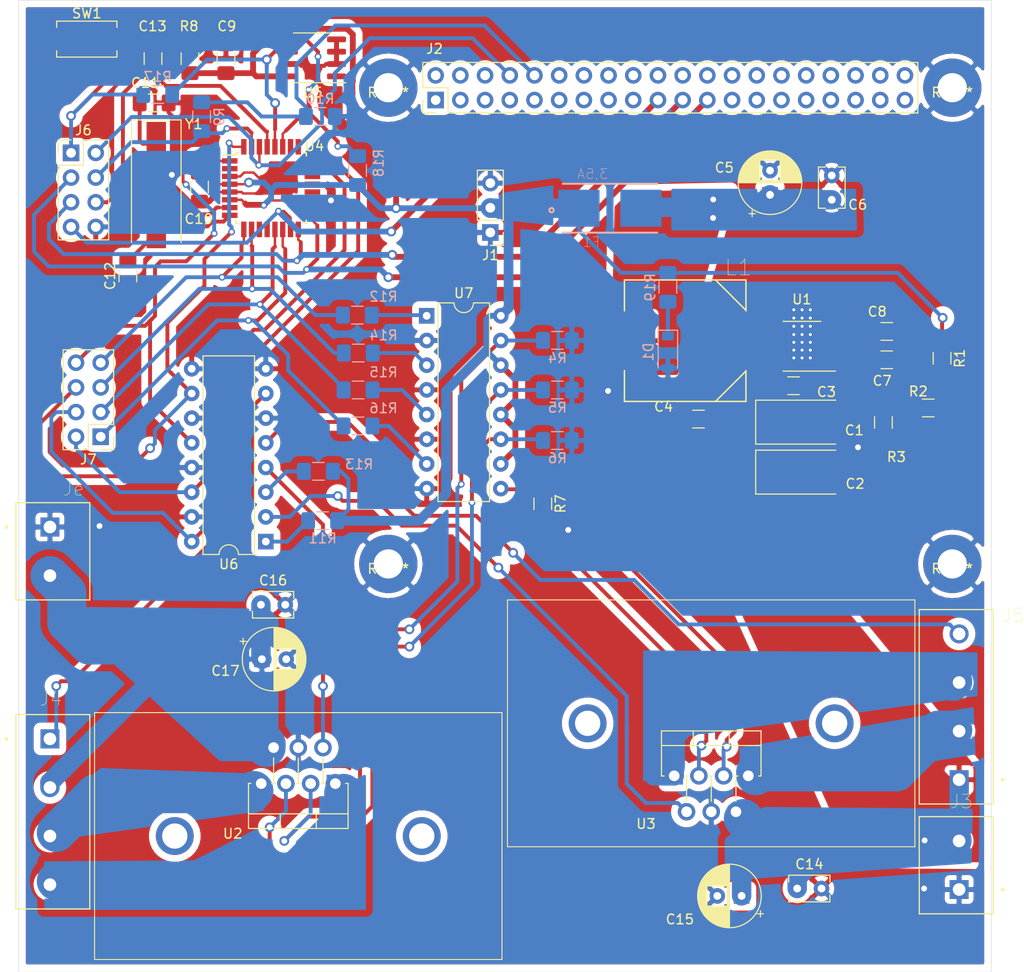
<source format=kicad_pcb>
(kicad_pcb (version 20171130) (host pcbnew "(5.1.2)-2")
  (layers (0 F.Cu signal) (31 B.Cu signal) (34 B.Paste user) (35 F.Paste user) (36 B.SilkS user) (37 F.SilkS user) (38 B.Mask user) (39 F.Mask user) (44 Edge.Cuts user))
  (net 0 "")
  (net 1 +VDC)
  (net 2 GND)
  (net 3 "Net-(C4-Pad2)")
  (net 4 "Net-(C4-Pad1)")
  (net 5 "Net-(C5-Pad1)")
  (net 6 "Net-(C7-Pad1)")
  (net 7 "Net-(C8-Pad1)")
  (net 8 /RES)
  (net 9 +5V)
  (net 10 /SCLK)
  (net 11 /MISO)
  (net 12 /MOSI)
  (net 13 /RX)
  (net 14 /TX)
  (net 15 /SCL)
  (net 16 /SDA)
  (net 17 /API)
  (net 18 /AM-)
  (net 19 /AM+)
  (net 20 /EPI)
  (net 21 /EM-)
  (net 22 /EM+)
  (net 23 /PD1-TX)
  (net 24 /EFO)
  (net 25 /EPO)
  (net 26 /AFO)
  (net 27 /APO)
  (net 28 "Net-(R1-Pad2)")
  (net 29 "Net-(R2-Pad1)")
  (net 30 /A1O)
  (net 31 /A2O)
  (net 32 /E1O)
  (net 33 /E2O)
  (net 34 "Net-(R11-Pad1)")
  (net 35 /A1I)
  (net 36 "Net-(R12-Pad1)")
  (net 37 "Net-(R13-Pad1)")
  (net 38 /A2I)
  (net 39 "Net-(R14-Pad1)")
  (net 40 /E1I)
  (net 41 "Net-(R15-Pad1)")
  (net 42 /E2I)
  (net 43 "Net-(R16-Pad1)")
  (net 44 /AFI)
  (net 45 /EFI)
  (net 46 "Net-(U4-Pad12)")
  (net 47 "Net-(U4-Pad22)")
  (net 48 "Net-(U4-Pad20)")
  (net 49 "Net-(U4-Pad19)")
  (net 50 "Net-(U4-Pad2)")
  (net 51 "Net-(U5-Pad1)")
  (net 52 "Net-(C11-Pad2)")
  (net 53 "Net-(C12-Pad2)")
  (net 54 "Net-(C13-Pad1)")
  (net 55 "Net-(U4-Pad11)")
  (net 56 "Net-(U4-Pad25)")
  (net 57 "Net-(U4-Pad26)")
  (net 58 "Net-(J2-Pad40)")
  (net 59 "Net-(J2-Pad39)")
  (net 60 "Net-(J2-Pad38)")
  (net 61 "Net-(J2-Pad37)")
  (net 62 "Net-(J2-Pad36)")
  (net 63 "Net-(J2-Pad35)")
  (net 64 "Net-(J2-Pad34)")
  (net 65 "Net-(J2-Pad33)")
  (net 66 "Net-(J2-Pad32)")
  (net 67 "Net-(J2-Pad31)")
  (net 68 "Net-(J2-Pad30)")
  (net 69 "Net-(J2-Pad29)")
  (net 70 "Net-(J2-Pad28)")
  (net 71 "Net-(J2-Pad27)")
  (net 72 "Net-(J2-Pad26)")
  (net 73 "Net-(J2-Pad25)")
  (net 74 "Net-(J2-Pad24)")
  (net 75 "Net-(J2-Pad22)")
  (net 76 "Net-(J2-Pad20)")
  (net 77 "Net-(J2-Pad18)")
  (net 78 "Net-(J2-Pad17)")
  (net 79 "Net-(J2-Pad16)")
  (net 80 "Net-(J2-Pad15)")
  (net 81 "Net-(J2-Pad14)")
  (net 82 "Net-(J2-Pad13)")
  (net 83 "Net-(J2-Pad12)")
  (net 84 "Net-(J2-Pad11)")
  (net 85 "Net-(J2-Pad9)")
  (net 86 "Net-(J2-Pad7)")
  (net 87 "Net-(J2-Pad6)")
  (net 88 "Net-(J2-Pad5)")
  (net 89 "Net-(J2-Pad4)")
  (net 90 "Net-(J2-Pad3)")
  (net 91 "Net-(J2-Pad2)")
  (net 92 "Net-(J2-Pad1)")
  (net 93 "Net-(D1-Pad1)")
  (module Resistor_SMD:R_1206_3216Metric_Pad1.42x1.75mm_HandSolder (layer B.Cu) (at 116.75 74.5375 270)
    (fp_text reference R19 (at 0 1.82 270) (layer B.SilkS) (effects (justify mirror)))
    (fp_text value 10)
    (pad 2 smd roundrect (at 1.4875 0 270) (size 1.425 1.75) (layers B.Cu B.Paste B.Mask) (roundrect_rratio 0.175439) (net 93 "Net-(D1-Pad1)"))
    (pad 1 smd roundrect (at -1.4875 0 270) (size 1.425 1.75) (layers B.Cu B.Paste B.Mask) (roundrect_rratio 0.175439) (net 9 +5V))
  )
  (module Diode_SMD:D_SOD-123 (layer B.Cu) (at 116.75 81.2 270)
    (fp_text reference D1 (at 0 2 90) (layer B.SilkS) (effects (justify mirror)))
    (fp_text value 5V1)
    (pad 2 smd rect (at 1.65 0 270) (size 0.9 1.2) (layers B.Cu B.Paste B.Mask) (net 2 GND))
    (pad 1 smd rect (at -1.65 0 270) (size 0.9 1.2) (layers B.Cu B.Paste B.Mask) (net 93 "Net-(D1-Pad1)"))
  )
  (module Resistor_SMD:R_1206_3216Metric_Pad1.42x1.75mm_HandSolder (layer B.Cu) (at 84.836 62.5205 270)
    (fp_text reference R18 (at -0.7705 -2.164 90) (layer B.SilkS) (effects (justify mirror)))
    (fp_text value 10k)
    (pad 2 smd roundrect (at 1.4875 0 270) (size 1.425 1.75) (layers B.Cu B.Paste B.Mask) (roundrect_rratio 0.175439) (net 9 +5V))
    (pad 1 smd roundrect (at -1.4875 0 270) (size 1.425 1.75) (layers B.Cu B.Paste B.Mask) (roundrect_rratio 0.175439) (net 16 /SDA))
  )
  (module Resistor_SMD:R_1206_3216Metric_Pad1.42x1.75mm_HandSolder (layer B.Cu) (at 64.2875 54.7 180)
    (fp_text reference R17 (at 0 1.82) (layer B.SilkS) (effects (justify mirror)))
    (fp_text value 10k)
    (pad 2 smd roundrect (at 1.4875 0 180) (size 1.425 1.75) (layers B.Cu B.Paste B.Mask) (roundrect_rratio 0.175439) (net 9 +5V))
    (pad 1 smd roundrect (at -1.4875 0 180) (size 1.425 1.75) (layers B.Cu B.Paste B.Mask) (roundrect_rratio 0.175439) (net 15 /SCL))
  )
  (module wakefield-vette:65725ABEP (layer F.Cu) (at 66.04 131 90)
    (fp_text reference H** hide)
    (fp_text value 65725ABEP hide)
    (pad 1 thru_hole circle (at 0 0 90) (size 3.9 3.9) (drill 2.6) (layers *.Cu *.Mask))
    (pad 2 thru_hole circle (at 0 25.4 90) (size 3.9 3.9) (drill 2.6) (layers *.Cu *.Mask))
  )
  (module Capacitor_SMD:C_1206_3216Metric_Pad1.42x1.75mm_HandSolder (layer F.Cu) (at 68.58 64.2255 270)
    (fp_text reference C10 (at 3.2745 0.08 180) (layer F.SilkS))
    (fp_text value 100n)
    (pad 2 smd roundrect (at 1.4875 0 270) (size 1.425 1.75) (layers F.Cu F.Paste F.Mask) (roundrect_rratio 0.175439) (net 2 GND))
    (pad 1 smd roundrect (at -1.4875 0 270) (size 1.425 1.75) (layers F.Cu F.Paste F.Mask) (roundrect_rratio 0.175439) (net 9 +5V))
  )
  (module Capacitor_SMD:C_1206_3216Metric_Pad1.42x1.75mm_HandSolder (layer F.Cu) (at 71.3 51.0125 90)
    (fp_text reference C9 (at 3.3365 0.086 180) (layer F.SilkS))
    (fp_text value 100n)
    (pad 2 smd roundrect (at 1.4875 0 90) (size 1.425 1.75) (layers F.Cu F.Paste F.Mask) (roundrect_rratio 0.175439) (net 2 GND))
    (pad 1 smd roundrect (at -1.4875 0 90) (size 1.425 1.75) (layers F.Cu F.Paste F.Mask) (roundrect_rratio 0.175439) (net 9 +5V))
  )
  (module wakefield-vette:65725ABEP (layer F.Cu) (at 108.5 119.4 90)
    (fp_text reference H** hide)
    (fp_text value 65725ABEP hide)
    (pad 1 thru_hole circle (at 0 0 90) (size 3.9 3.9) (drill 2.6) (layers *.Cu *.Mask))
    (pad 2 thru_hole circle (at 0 25.4 90) (size 3.9 3.9) (drill 2.6) (layers *.Cu *.Mask))
  )
  (module screw-terminal:CUI_TB002-500-04BE (layer F.Cu) (at 53.2 121 270)
    (fp_text reference J4 (at -4.114 -0.098 180) (layer F.SilkS) (effects (font (size 1.4 1.4) (thickness 0.05))))
    (fp_text value CONN_04 hide)
    (pad 4 thru_hole circle (at 15 0 270) (size 1.95 1.95) (drill 1.3) (layers *.Cu *.Mask) (net 19 /AM+))
    (pad 3 thru_hole circle (at 10 0 270) (size 1.95 1.95) (drill 1.3) (layers *.Cu *.Mask) (net 18 /AM-))
    (pad 2 thru_hole circle (at 5 0 270) (size 1.95 1.95) (drill 1.3) (layers *.Cu *.Mask) (net 1 +VDC))
    (pad 1 thru_hole rect (at 0 0 270) (size 1.95 1.95) (drill 1.3) (layers *.Cu *.Mask) (net 17 /API))
  )
  (module Package_TO_SOT_THT:TO-220-7_P2.54x3.7mm_StaggerEven_Lead3.8mm_Vertical (layer F.Cu) (at 117.4 124.8)
    (fp_text reference U3 (at -2.9 4.95) (layer F.SilkS))
    (fp_text value TLE5206-2S)
    (pad 1 thru_hole rect (at 0 0) (size 1.8 1.8) (drill 1.1) (layers *.Cu *.Mask) (net 22 /EM+))
    (pad 2 thru_hole oval (at 1.27 3.7) (size 1.8 1.8) (drill 1.1) (layers *.Cu *.Mask) (net 45 /EFI))
    (pad 3 thru_hole oval (at 2.54 0) (size 1.8 1.8) (drill 1.1) (layers *.Cu *.Mask) (net 32 /E1O))
    (pad 4 thru_hole oval (at 3.81 3.7) (size 1.8 1.8) (drill 1.1) (layers *.Cu *.Mask) (net 2 GND))
    (pad 5 thru_hole oval (at 5.08 0) (size 1.8 1.8) (drill 1.1) (layers *.Cu *.Mask) (net 33 /E2O))
    (pad 6 thru_hole oval (at 6.35 3.7) (size 1.8 1.8) (drill 1.1) (layers *.Cu *.Mask) (net 1 +VDC))
    (pad 7 thru_hole oval (at 7.62 0) (size 1.8 1.8) (drill 1.1) (layers *.Cu *.Mask) (net 21 /EM-))
  )
  (module Capacitor_SMD:C_1206_3216Metric_Pad1.42x1.75mm_HandSolder (layer F.Cu) (at 63.8 51.0125 270)
    (fp_text reference C13 (at -3.3365 0.044 180) (layer F.SilkS))
    (fp_text value 100n)
    (pad 2 smd roundrect (at 1.4875 0 270) (size 1.425 1.75) (layers F.Cu F.Paste F.Mask) (roundrect_rratio 0.175439) (net 8 /RES))
    (pad 1 smd roundrect (at -1.4875 0 270) (size 1.425 1.75) (layers F.Cu F.Paste F.Mask) (roundrect_rratio 0.175439) (net 54 "Net-(C13-Pad1)"))
  )
  (module screw-terminal:CUI_TB002-500-02BE (layer F.Cu) (at 146.7 136.5 90)
    (fp_text reference J3 (at 9.055 0.2365 180) (layer F.SilkS) (effects (font (size 1.4 1.4) (thickness 0.05))))
    (fp_text value CONN_02 hide)
    (pad 2 thru_hole circle (at 5 0 90) (size 1.95 1.95) (drill 1.3) (layers *.Cu *.Mask) (net 1 +VDC))
    (pad 1 thru_hole rect (at 0 0 90) (size 1.95 1.95) (drill 1.3) (layers *.Cu *.Mask) (net 2 GND))
  )
  (module screw-terminal:CUI_TB002-500-02BE (layer F.Cu) (at 53.2 99.2 270)
    (fp_text reference Je (at -3.9235 -2.4275 180) (layer F.SilkS) (effects (font (size 1.4 1.4) (thickness 0.05))))
    (fp_text value CONN_02 hide)
    (pad 2 thru_hole circle (at 5 0 270) (size 1.95 1.95) (drill 1.3) (layers *.Cu *.Mask) (net 1 +VDC))
    (pad 1 thru_hole rect (at 0 0 270) (size 1.95 1.95) (drill 1.3) (layers *.Cu *.Mask) (net 2 GND))
  )
  (module DR127-inductor:DR127 (layer F.Cu) (at 118.53 80.03 180)
    (fp_text reference L1 (at -5.47 7.53) (layer F.SilkS) (effects (font (size 1.6429 1.6429) (thickness 0.05))))
    (fp_text value 100u hide)
    (pad 2 smd rect (at 4.826 0 270) (size 5.5118 3.1496) (layers F.Cu F.Paste F.Mask) (net 5 "Net-(C5-Pad1)"))
    (pad 1 smd rect (at -4.826 0 270) (size 5.5118 3.1496) (layers F.Cu F.Paste F.Mask) (net 3 "Net-(C4-Pad2)"))
  )
  (module Resistor_SMD:R_1206_3216Metric_Pad1.42x1.75mm_HandSolder (layer F.Cu) (at 143.522 86.9515)
    (fp_text reference R2 (at -1.022 -1.7015) (layer F.SilkS))
    (fp_text value 16k)
    (pad 2 smd roundrect (at 1.4875 0) (size 1.425 1.75) (layers F.Cu F.Paste F.Mask) (roundrect_rratio 0.175439) (net 28 "Net-(R1-Pad2)"))
    (pad 1 smd roundrect (at -1.4875 0) (size 1.425 1.75) (layers F.Cu F.Paste F.Mask) (roundrect_rratio 0.175439) (net 29 "Net-(R2-Pad1)"))
  )
  (module Resistor_SMD:R_1206_3216Metric_Pad1.42x1.75mm_HandSolder (layer F.Cu) (at 144.946 81.8445 270)
    (fp_text reference R1 (at 0 -1.82 90) (layer F.SilkS))
    (fp_text value 110k)
    (pad 2 smd roundrect (at 1.4875 0 270) (size 1.425 1.75) (layers F.Cu F.Paste F.Mask) (roundrect_rratio 0.175439) (net 28 "Net-(R1-Pad2)"))
    (pad 1 smd roundrect (at -1.4875 0 270) (size 1.425 1.75) (layers F.Cu F.Paste F.Mask) (roundrect_rratio 0.175439) (net 9 +5V))
  )
  (module Package_SO:SOIC-8_3.9x4.9mm_P1.27mm (layer F.Cu) (at 80.199 50.927 180)
    (fp_text reference U5 (at -0.051 -3.573) (layer F.SilkS))
    (fp_text value FM24C04B)
    (pad 8 smd roundrect (at 2.475 -1.905 180) (size 1.95 0.6) (layers F.Cu F.Paste F.Mask) (net 9 +5V))
    (pad 7 smd roundrect (at 2.475 -0.635 180) (size 1.95 0.6) (layers F.Cu F.Paste F.Mask) (net 2 GND))
    (pad 6 smd roundrect (at 2.475 0.635 180) (size 1.95 0.6) (layers F.Cu F.Paste F.Mask) (net 15 /SCL))
    (pad 5 smd roundrect (at 2.475 1.905 180) (size 1.95 0.6) (layers F.Cu F.Paste F.Mask) (net 16 /SDA))
    (pad 4 smd roundrect (at -2.475 1.905 180) (size 1.95 0.6) (layers F.Cu F.Paste F.Mask) (net 2 GND))
    (pad 3 smd roundrect (at -2.475 0.635 180) (size 1.95 0.6) (layers F.Cu F.Paste F.Mask) (net 2 GND))
    (pad 2 smd roundrect (at -2.475 -0.635 180) (size 1.95 0.6) (layers F.Cu F.Paste F.Mask) (net 2 GND))
    (pad 1 smd roundrect (at -2.475 -1.905 180) (size 1.95 0.6) (layers F.Cu F.Paste F.Mask) (net 51 "Net-(U5-Pad1)"))
  )
  (module Crystal:Crystal_SMD_HC49-SD (layer F.Cu) (at 64.135 64.0125 270)
    (fp_text reference Y1 (at -6.2625 -3.865 180) (layer F.SilkS))
    (fp_text value 16M)
    (pad 2 smd rect (at 4.25 0 270) (size 4.5 2) (layers F.Cu F.Paste F.Mask) (net 53 "Net-(C12-Pad2)"))
    (pad 1 smd rect (at -4.25 0 270) (size 4.5 2) (layers F.Cu F.Paste F.Mask) (net 52 "Net-(C11-Pad2)"))
  )
  (module Capacitor_SMD:C_1206_3216Metric_Pad1.42x1.75mm_HandSolder (layer F.Cu) (at 61.214 73.3695 90)
    (fp_text reference C12 (at 0 -1.82 90) (layer F.SilkS))
    (fp_text value 22p)
    (pad 2 smd roundrect (at 1.4875 0 90) (size 1.425 1.75) (layers F.Cu F.Paste F.Mask) (roundrect_rratio 0.175439) (net 53 "Net-(C12-Pad2)"))
    (pad 1 smd roundrect (at -1.4875 0 90) (size 1.425 1.75) (layers F.Cu F.Paste F.Mask) (roundrect_rratio 0.175439) (net 2 GND))
  )
  (module Capacitor_SMD:C_1206_3216Metric_Pad1.42x1.75mm_HandSolder (layer F.Cu) (at 63.9175 55.5625 180)
    (fp_text reference C11 (at 0.9175 2.0625) (layer F.SilkS))
    (fp_text value 22p)
    (pad 2 smd roundrect (at 1.4875 0 180) (size 1.425 1.75) (layers F.Cu F.Paste F.Mask) (roundrect_rratio 0.175439) (net 52 "Net-(C11-Pad2)"))
    (pad 1 smd roundrect (at -1.4875 0 180) (size 1.425 1.75) (layers F.Cu F.Paste F.Mask) (roundrect_rratio 0.175439) (net 2 GND))
  )
  (module Capacitor_Tantalum_SMD:CP_EIA-7343-40_Kemet-Y_Pad2.25x2.55mm_HandSolder (layer F.Cu) (at 130.366 88.412)
    (fp_text reference C1 (at 5.563 0.838) (layer F.SilkS))
    (fp_text value 33u)
    (pad 2 smd roundrect (at 3.2 0) (size 2.25 2.55) (layers F.Cu F.Paste F.Mask) (roundrect_rratio 0.111111) (net 2 GND))
    (pad 1 smd roundrect (at -3.2 0) (size 2.25 2.55) (layers F.Cu F.Paste F.Mask) (roundrect_rratio 0.111111) (net 1 +VDC))
  )
  (module Capacitor_Tantalum_SMD:CP_EIA-7343-40_Kemet-Y_Pad2.25x2.55mm_HandSolder (layer F.Cu) (at 130.366 93.5555)
    (fp_text reference C2 (at 5.634 1.1945) (layer F.SilkS))
    (fp_text value 33u)
    (pad 2 smd roundrect (at 3.2 0) (size 2.25 2.55) (layers F.Cu F.Paste F.Mask) (roundrect_rratio 0.111111) (net 2 GND))
    (pad 1 smd roundrect (at -3.2 0) (size 2.25 2.55) (layers F.Cu F.Paste F.Mask) (roundrect_rratio 0.111111) (net 1 +VDC))
  )
  (module Capacitor_THT:CP_Radial_D6.3mm_P2.50mm (layer F.Cu) (at 75 112.8)
    (fp_text reference C17 (at -3.75 1.2) (layer F.SilkS))
    (fp_text value 100u)
    (pad 2 thru_hole circle (at 2.5 0) (size 1.6 1.6) (drill 0.8) (layers *.Cu *.Mask) (net 2 GND))
    (pad 1 thru_hole rect (at 0 0) (size 1.6 1.6) (drill 0.8) (layers *.Cu *.Mask) (net 1 +VDC))
  )
  (module Capacitor_THT:CP_Radial_D6.3mm_P2.50mm (layer F.Cu) (at 124.333 137.16 180)
    (fp_text reference C15 (at 6.35 -2.413) (layer F.SilkS))
    (fp_text value 100u)
    (pad 2 thru_hole circle (at 2.5 0 180) (size 1.6 1.6) (drill 0.8) (layers *.Cu *.Mask) (net 2 GND))
    (pad 1 thru_hole rect (at 0 0 180) (size 1.6 1.6) (drill 0.8) (layers *.Cu *.Mask) (net 1 +VDC))
  )
  (module Button_Switch_SMD:SW_SPST_EVQPE1 (layer F.Cu) (at 56.99 49)
    (fp_text reference SW1 (at 0 -2.65) (layer F.SilkS))
    (fp_text value SW_Push)
    (pad 1 smd rect (at -2.7 0) (size 2 1.6) (layers F.Cu F.Paste F.Mask) (net 2 GND))
    (pad 2 smd rect (at 2.7 0) (size 2 1.6) (layers F.Cu F.Paste F.Mask) (net 54 "Net-(C13-Pad1)"))
  )
  (module Package_QFP:TQFP-32_7x7mm_P0.8mm (layer F.Cu) (at 75.94 64.33)
    (fp_text reference U4 (at 4.46 -4.33) (layer F.SilkS))
    (fp_text value ATmega328P-AU)
    (pad 1 smd rect (at -4.25 -2.8) (size 1.6 0.55) (layers F.Cu F.Paste F.Mask) (net 25 /EPO))
    (pad 2 smd rect (at -4.25 -2) (size 1.6 0.55) (layers F.Cu F.Paste F.Mask) (net 50 "Net-(U4-Pad2)"))
    (pad 3 smd rect (at -4.25 -1.2) (size 1.6 0.55) (layers F.Cu F.Paste F.Mask) (net 2 GND))
    (pad 4 smd rect (at -4.25 -0.4) (size 1.6 0.55) (layers F.Cu F.Paste F.Mask) (net 9 +5V))
    (pad 5 smd rect (at -4.25 0.4) (size 1.6 0.55) (layers F.Cu F.Paste F.Mask) (net 2 GND))
    (pad 6 smd rect (at -4.25 1.2) (size 1.6 0.55) (layers F.Cu F.Paste F.Mask) (net 9 +5V))
    (pad 7 smd rect (at -4.25 2) (size 1.6 0.55) (layers F.Cu F.Paste F.Mask) (net 52 "Net-(C11-Pad2)"))
    (pad 8 smd rect (at -4.25 2.8) (size 1.6 0.55) (layers F.Cu F.Paste F.Mask) (net 53 "Net-(C12-Pad2)"))
    (pad 9 smd rect (at -2.8 4.25 90) (size 1.6 0.55) (layers F.Cu F.Paste F.Mask) (net 35 /A1I))
    (pad 10 smd rect (at -2 4.25 90) (size 1.6 0.55) (layers F.Cu F.Paste F.Mask) (net 38 /A2I))
    (pad 11 smd rect (at -1.2 4.25 90) (size 1.6 0.55) (layers F.Cu F.Paste F.Mask) (net 55 "Net-(U4-Pad11)"))
    (pad 12 smd rect (at -0.4 4.25 90) (size 1.6 0.55) (layers F.Cu F.Paste F.Mask) (net 46 "Net-(U4-Pad12)"))
    (pad 13 smd rect (at 0.4 4.25 90) (size 1.6 0.55) (layers F.Cu F.Paste F.Mask) (net 40 /E1I))
    (pad 14 smd rect (at 1.2 4.25 90) (size 1.6 0.55) (layers F.Cu F.Paste F.Mask) (net 42 /E2I))
    (pad 15 smd rect (at 2 4.25 90) (size 1.6 0.55) (layers F.Cu F.Paste F.Mask) (net 12 /MOSI))
    (pad 16 smd rect (at 2.8 4.25 90) (size 1.6 0.55) (layers F.Cu F.Paste F.Mask) (net 11 /MISO))
    (pad 17 smd rect (at 4.25 2.8) (size 1.6 0.55) (layers F.Cu F.Paste F.Mask) (net 10 /SCLK))
    (pad 18 smd rect (at 4.25 2) (size 1.6 0.55) (layers F.Cu F.Paste F.Mask) (net 9 +5V))
    (pad 19 smd rect (at 4.25 1.2) (size 1.6 0.55) (layers F.Cu F.Paste F.Mask) (net 49 "Net-(U4-Pad19)"))
    (pad 20 smd rect (at 4.25 0.4) (size 1.6 0.55) (layers F.Cu F.Paste F.Mask) (net 48 "Net-(U4-Pad20)"))
    (pad 21 smd rect (at 4.25 -0.4) (size 1.6 0.55) (layers F.Cu F.Paste F.Mask) (net 2 GND))
    (pad 22 smd rect (at 4.25 -1.2) (size 1.6 0.55) (layers F.Cu F.Paste F.Mask) (net 47 "Net-(U4-Pad22)"))
    (pad 23 smd rect (at 4.25 -2) (size 1.6 0.55) (layers F.Cu F.Paste F.Mask) (net 26 /AFO))
    (pad 24 smd rect (at 4.25 -2.8) (size 1.6 0.55) (layers F.Cu F.Paste F.Mask) (net 24 /EFO))
    (pad 25 smd rect (at 2.8 -4.25 90) (size 1.6 0.55) (layers F.Cu F.Paste F.Mask) (net 56 "Net-(U4-Pad25)"))
    (pad 26 smd rect (at 2 -4.25 90) (size 1.6 0.55) (layers F.Cu F.Paste F.Mask) (net 57 "Net-(U4-Pad26)"))
    (pad 27 smd rect (at 1.2 -4.25 90) (size 1.6 0.55) (layers F.Cu F.Paste F.Mask) (net 16 /SDA))
    (pad 28 smd rect (at 0.4 -4.25 90) (size 1.6 0.55) (layers F.Cu F.Paste F.Mask) (net 15 /SCL))
    (pad 29 smd rect (at -0.4 -4.25 90) (size 1.6 0.55) (layers F.Cu F.Paste F.Mask) (net 8 /RES))
    (pad 30 smd rect (at -1.2 -4.25 90) (size 1.6 0.55) (layers F.Cu F.Paste F.Mask) (net 14 /TX))
    (pad 31 smd rect (at -2 -4.25 90) (size 1.6 0.55) (layers F.Cu F.Paste F.Mask) (net 23 /PD1-TX))
    (pad 32 smd rect (at -2.8 -4.25 90) (size 1.6 0.55) (layers F.Cu F.Paste F.Mask) (net 27 /APO))
  )
  (module Resistor_SMD:R_1206_3216Metric_Pad1.42x1.75mm_HandSolder (layer B.Cu) (at 84.8875 88.8 180)
    (fp_text reference R16 (at -2.6125 1.82) (layer B.SilkS) (effects (justify mirror)))
    (fp_text value 620)
    (pad 2 smd roundrect (at 1.4875 0 180) (size 1.425 1.75) (layers B.Cu B.Paste B.Mask) (roundrect_rratio 0.175439) (net 42 /E2I))
    (pad 1 smd roundrect (at -1.4875 0 180) (size 1.425 1.75) (layers B.Cu B.Paste B.Mask) (roundrect_rratio 0.175439) (net 43 "Net-(R16-Pad1)"))
  )
  (module Resistor_SMD:R_1206_3216Metric_Pad1.42x1.75mm_HandSolder (layer B.Cu) (at 84.8875 85.1 180)
    (fp_text reference R15 (at -2.6125 1.82) (layer B.SilkS) (effects (justify mirror)))
    (fp_text value 620)
    (pad 2 smd roundrect (at 1.4875 0 180) (size 1.425 1.75) (layers B.Cu B.Paste B.Mask) (roundrect_rratio 0.175439) (net 40 /E1I))
    (pad 1 smd roundrect (at -1.4875 0 180) (size 1.425 1.75) (layers B.Cu B.Paste B.Mask) (roundrect_rratio 0.175439) (net 41 "Net-(R15-Pad1)"))
  )
  (module Resistor_SMD:R_1206_3216Metric_Pad1.42x1.75mm_HandSolder (layer B.Cu) (at 84.9125 81.3 180)
    (fp_text reference R14 (at -2.5875 1.82 180) (layer B.SilkS) (effects (justify mirror)))
    (fp_text value 620)
    (pad 2 smd roundrect (at 1.4875 0 180) (size 1.425 1.75) (layers B.Cu B.Paste B.Mask) (roundrect_rratio 0.175439) (net 38 /A2I))
    (pad 1 smd roundrect (at -1.4875 0 180) (size 1.425 1.75) (layers B.Cu B.Paste B.Mask) (roundrect_rratio 0.175439) (net 39 "Net-(R14-Pad1)"))
  )
  (module Resistor_SMD:R_1206_3216Metric_Pad1.42x1.75mm_HandSolder (layer B.Cu) (at 80.8085 93.472)
    (fp_text reference R13 (at 4.1915 -0.722 180) (layer B.SilkS) (effects (justify mirror)))
    (fp_text value 620)
    (pad 2 smd roundrect (at 1.4875 0) (size 1.425 1.75) (layers B.Cu B.Paste B.Mask) (roundrect_rratio 0.175439) (net 9 +5V))
    (pad 1 smd roundrect (at -1.4875 0) (size 1.425 1.75) (layers B.Cu B.Paste B.Mask) (roundrect_rratio 0.175439) (net 37 "Net-(R13-Pad1)"))
  )
  (module Resistor_SMD:R_1206_3216Metric_Pad1.42x1.75mm_HandSolder (layer B.Cu) (at 84.8125 77.4 180)
    (fp_text reference R12 (at -2.6875 1.9 180) (layer B.SilkS) (effects (justify mirror)))
    (fp_text value 620)
    (pad 2 smd roundrect (at 1.4875 0 180) (size 1.425 1.75) (layers B.Cu B.Paste B.Mask) (roundrect_rratio 0.175439) (net 35 /A1I))
    (pad 1 smd roundrect (at -1.4875 0 180) (size 1.425 1.75) (layers B.Cu B.Paste B.Mask) (roundrect_rratio 0.175439) (net 36 "Net-(R12-Pad1)"))
  )
  (module Resistor_SMD:R_1206_3216Metric_Pad1.42x1.75mm_HandSolder (layer B.Cu) (at 81.2435 98.552)
    (fp_text reference R11 (at 0 1.82) (layer B.SilkS) (effects (justify mirror)))
    (fp_text value 620)
    (pad 2 smd roundrect (at 1.4875 0) (size 1.425 1.75) (layers B.Cu B.Paste B.Mask) (roundrect_rratio 0.175439) (net 9 +5V))
    (pad 1 smd roundrect (at -1.4875 0) (size 1.425 1.75) (layers B.Cu B.Paste B.Mask) (roundrect_rratio 0.175439) (net 34 "Net-(R11-Pad1)"))
  )
  (module Resistor_SMD:R_1206_3216Metric_Pad1.42x1.75mm_HandSolder (layer B.Cu) (at 81.0125 56.96 180)
    (fp_text reference R10 (at 0 1.82 180) (layer B.SilkS) (effects (justify mirror)))
    (fp_text value 4k7)
    (pad 2 smd roundrect (at 1.4875 0 180) (size 1.425 1.75) (layers B.Cu B.Paste B.Mask) (roundrect_rratio 0.175439) (net 13 /RX))
    (pad 1 smd roundrect (at -1.4875 0 180) (size 1.425 1.75) (layers B.Cu B.Paste B.Mask) (roundrect_rratio 0.175439) (net 2 GND))
  )
  (module Resistor_SMD:R_1206_3216Metric_Pad1.42x1.75mm_HandSolder (layer B.Cu) (at 68.8 56.9875 90)
    (fp_text reference R9 (at 0 1.82 90) (layer B.SilkS) (effects (justify mirror)))
    (fp_text value 2k4)
    (pad 2 smd roundrect (at 1.4875 0 90) (size 1.425 1.75) (layers B.Cu B.Paste B.Mask) (roundrect_rratio 0.175439) (net 13 /RX))
    (pad 1 smd roundrect (at -1.4875 0 90) (size 1.425 1.75) (layers B.Cu B.Paste B.Mask) (roundrect_rratio 0.175439) (net 23 /PD1-TX))
  )
  (module Resistor_SMD:R_1206_3216Metric_Pad1.42x1.75mm_HandSolder (layer F.Cu) (at 67.6 51.0125 90)
    (fp_text reference R8 (at 3.3365 -0.096 180) (layer F.SilkS))
    (fp_text value 10k)
    (pad 2 smd roundrect (at 1.4875 0 90) (size 1.425 1.75) (layers F.Cu F.Paste F.Mask) (roundrect_rratio 0.175439) (net 54 "Net-(C13-Pad1)"))
    (pad 1 smd roundrect (at -1.4875 0 90) (size 1.425 1.75) (layers F.Cu F.Paste F.Mask) (roundrect_rratio 0.175439) (net 9 +5V))
  )
  (module Resistor_SMD:R_1206_3216Metric_Pad1.42x1.75mm_HandSolder (layer F.Cu) (at 103.886 96.8105 270)
    (fp_text reference R7 (at 0 -1.82 90) (layer F.SilkS))
    (fp_text value 10k)
    (pad 2 smd roundrect (at 1.4875 0 270) (size 1.425 1.75) (layers F.Cu F.Paste F.Mask) (roundrect_rratio 0.175439) (net 2 GND))
    (pad 1 smd roundrect (at -1.4875 0 270) (size 1.425 1.75) (layers F.Cu F.Paste F.Mask) (roundrect_rratio 0.175439) (net 33 /E2O))
  )
  (module Resistor_SMD:R_1206_3216Metric_Pad1.42x1.75mm_HandSolder (layer B.Cu) (at 105.3875 90.3)
    (fp_text reference R6 (at 0 1.82 180) (layer B.SilkS) (effects (justify mirror)))
    (fp_text value 10k)
    (pad 2 smd roundrect (at 1.4875 0) (size 1.425 1.75) (layers B.Cu B.Paste B.Mask) (roundrect_rratio 0.175439) (net 2 GND))
    (pad 1 smd roundrect (at -1.4875 0) (size 1.425 1.75) (layers B.Cu B.Paste B.Mask) (roundrect_rratio 0.175439) (net 32 /E1O))
  )
  (module Resistor_SMD:R_1206_3216Metric_Pad1.42x1.75mm_HandSolder (layer B.Cu) (at 105.3875 85.1)
    (fp_text reference R5 (at 0 1.82) (layer B.SilkS) (effects (justify mirror)))
    (fp_text value 10k)
    (pad 2 smd roundrect (at 1.4875 0) (size 1.425 1.75) (layers B.Cu B.Paste B.Mask) (roundrect_rratio 0.175439) (net 2 GND))
    (pad 1 smd roundrect (at -1.4875 0) (size 1.425 1.75) (layers B.Cu B.Paste B.Mask) (roundrect_rratio 0.175439) (net 31 /A2O))
  )
  (module Resistor_SMD:R_1206_3216Metric_Pad1.42x1.75mm_HandSolder (layer B.Cu) (at 105.3875 80)
    (fp_text reference R4 (at 0 1.82) (layer B.SilkS) (effects (justify mirror)))
    (fp_text value 10k)
    (pad 2 smd roundrect (at 1.4875 0) (size 1.425 1.75) (layers B.Cu B.Paste B.Mask) (roundrect_rratio 0.175439) (net 2 GND))
    (pad 1 smd roundrect (at -1.4875 0) (size 1.425 1.75) (layers B.Cu B.Paste B.Mask) (roundrect_rratio 0.175439) (net 30 /A1O))
  )
  (module holes:mount-raspi (layer F.Cu) (at 88 103)
    (fp_text reference REF** (at 0 0.5) (layer F.SilkS))
    (fp_text value mount-raspi)
    (pad 1 thru_hole circle (at 0 0) (size 6 6) (drill 3) (layers *.Cu *.Mask) (net 2 GND))
  )
  (module holes:mount-raspi (layer F.Cu) (at 146 103)
    (fp_text reference REF** (at 0 0.5) (layer F.SilkS))
    (fp_text value mount-raspi)
    (pad 1 thru_hole circle (at 0 0) (size 6 6) (drill 3) (layers *.Cu *.Mask) (net 2 GND))
  )
  (module holes:mount-raspi (layer F.Cu) (at 146 54)
    (fp_text reference REF** (at 0 0.5) (layer F.SilkS))
    (fp_text value mount-raspi)
    (pad 1 thru_hole circle (at 0 0) (size 6 6) (drill 3) (layers *.Cu *.Mask) (net 2 GND))
  )
  (module holes:mount-raspi (layer F.Cu) (at 88 54)
    (fp_text reference REF** (at 0 0.5) (layer F.SilkS))
    (fp_text value mount-raspi)
    (pad 1 thru_hole circle (at 0 0) (size 6 6) (drill 3) (layers *.Cu *.Mask) (net 2 GND))
  )
  (module Package_DIP:DIP-16_W7.62mm (layer F.Cu) (at 91.948 77.47)
    (fp_text reference U7 (at 3.81 -2.33) (layer F.SilkS))
    (fp_text value LTV-847)
    (pad 16 thru_hole oval (at 7.62 0) (size 1.6 1.6) (drill 0.8) (layers *.Cu *.Mask) (net 9 +5V))
    (pad 8 thru_hole oval (at 0 17.78) (size 1.6 1.6) (drill 0.8) (layers *.Cu *.Mask) (net 2 GND))
    (pad 15 thru_hole oval (at 7.62 2.54) (size 1.6 1.6) (drill 0.8) (layers *.Cu *.Mask) (net 30 /A1O))
    (pad 7 thru_hole oval (at 0 15.24) (size 1.6 1.6) (drill 0.8) (layers *.Cu *.Mask) (net 43 "Net-(R16-Pad1)"))
    (pad 14 thru_hole oval (at 7.62 5.08) (size 1.6 1.6) (drill 0.8) (layers *.Cu *.Mask) (net 9 +5V))
    (pad 6 thru_hole oval (at 0 12.7) (size 1.6 1.6) (drill 0.8) (layers *.Cu *.Mask) (net 2 GND))
    (pad 13 thru_hole oval (at 7.62 7.62) (size 1.6 1.6) (drill 0.8) (layers *.Cu *.Mask) (net 31 /A2O))
    (pad 5 thru_hole oval (at 0 10.16) (size 1.6 1.6) (drill 0.8) (layers *.Cu *.Mask) (net 41 "Net-(R15-Pad1)"))
    (pad 12 thru_hole oval (at 7.62 10.16) (size 1.6 1.6) (drill 0.8) (layers *.Cu *.Mask) (net 9 +5V))
    (pad 4 thru_hole oval (at 0 7.62) (size 1.6 1.6) (drill 0.8) (layers *.Cu *.Mask) (net 2 GND))
    (pad 11 thru_hole oval (at 7.62 12.7) (size 1.6 1.6) (drill 0.8) (layers *.Cu *.Mask) (net 32 /E1O))
    (pad 3 thru_hole oval (at 0 5.08) (size 1.6 1.6) (drill 0.8) (layers *.Cu *.Mask) (net 39 "Net-(R14-Pad1)"))
    (pad 10 thru_hole oval (at 7.62 15.24) (size 1.6 1.6) (drill 0.8) (layers *.Cu *.Mask) (net 9 +5V))
    (pad 2 thru_hole oval (at 0 2.54) (size 1.6 1.6) (drill 0.8) (layers *.Cu *.Mask) (net 2 GND))
    (pad 9 thru_hole oval (at 7.62 17.78) (size 1.6 1.6) (drill 0.8) (layers *.Cu *.Mask) (net 33 /E2O))
    (pad 1 thru_hole rect (at 0 0) (size 1.6 1.6) (drill 0.8) (layers *.Cu *.Mask) (net 36 "Net-(R12-Pad1)"))
  )
  (module Package_DIP:DIP-16_W7.62mm (layer F.Cu) (at 75.4 100.7 180)
    (fp_text reference U6 (at 3.81 -2.33) (layer F.SilkS))
    (fp_text value LTV-847)
    (pad 16 thru_hole oval (at 7.62 0 180) (size 1.6 1.6) (drill 0.8) (layers *.Cu *.Mask) (net 24 /EFO))
    (pad 8 thru_hole oval (at 0 17.78 180) (size 1.6 1.6) (drill 0.8) (layers *.Cu *.Mask) (net 2 GND))
    (pad 15 thru_hole oval (at 7.62 2.54 180) (size 1.6 1.6) (drill 0.8) (layers *.Cu *.Mask) (net 2 GND))
    (pad 7 thru_hole oval (at 0 15.24 180) (size 1.6 1.6) (drill 0.8) (layers *.Cu *.Mask) (net 17 /API))
    (pad 14 thru_hole oval (at 7.62 5.08 180) (size 1.6 1.6) (drill 0.8) (layers *.Cu *.Mask) (net 26 /AFO))
    (pad 6 thru_hole oval (at 0 12.7 180) (size 1.6 1.6) (drill 0.8) (layers *.Cu *.Mask) (net 2 GND))
    (pad 13 thru_hole oval (at 7.62 7.62 180) (size 1.6 1.6) (drill 0.8) (layers *.Cu *.Mask) (net 2 GND))
    (pad 5 thru_hole oval (at 0 10.16 180) (size 1.6 1.6) (drill 0.8) (layers *.Cu *.Mask) (net 20 /EPI))
    (pad 12 thru_hole oval (at 7.62 10.16 180) (size 1.6 1.6) (drill 0.8) (layers *.Cu *.Mask) (net 25 /EPO))
    (pad 4 thru_hole oval (at 0 7.62 180) (size 1.6 1.6) (drill 0.8) (layers *.Cu *.Mask) (net 44 /AFI))
    (pad 11 thru_hole oval (at 7.62 12.7 180) (size 1.6 1.6) (drill 0.8) (layers *.Cu *.Mask) (net 2 GND))
    (pad 3 thru_hole oval (at 0 5.08 180) (size 1.6 1.6) (drill 0.8) (layers *.Cu *.Mask) (net 37 "Net-(R13-Pad1)"))
    (pad 10 thru_hole oval (at 7.62 15.24 180) (size 1.6 1.6) (drill 0.8) (layers *.Cu *.Mask) (net 27 /APO))
    (pad 2 thru_hole oval (at 0 2.54 180) (size 1.6 1.6) (drill 0.8) (layers *.Cu *.Mask) (net 45 /EFI))
    (pad 9 thru_hole oval (at 7.62 17.78 180) (size 1.6 1.6) (drill 0.8) (layers *.Cu *.Mask) (net 2 GND))
    (pad 1 thru_hole rect (at 0 0 180) (size 1.6 1.6) (drill 0.8) (layers *.Cu *.Mask) (net 34 "Net-(R11-Pad1)"))
  )
  (module Package_TO_SOT_THT:TO-220-7_P2.54x3.7mm_StaggerEven_Lead3.8mm_Vertical (layer F.Cu) (at 82.55 125.6 180)
    (fp_text reference U2 (at 10.55 -5.15) (layer F.SilkS))
    (fp_text value TLE5206-2S)
    (pad 7 thru_hole oval (at 7.62 0 180) (size 1.8 1.8) (drill 1.1) (layers *.Cu *.Mask) (net 18 /AM-))
    (pad 6 thru_hole oval (at 6.35 3.7 180) (size 1.8 1.8) (drill 1.1) (layers *.Cu *.Mask) (net 1 +VDC))
    (pad 5 thru_hole oval (at 5.08 0 180) (size 1.8 1.8) (drill 1.1) (layers *.Cu *.Mask) (net 31 /A2O))
    (pad 4 thru_hole oval (at 3.81 3.7 180) (size 1.8 1.8) (drill 1.1) (layers *.Cu *.Mask) (net 2 GND))
    (pad 3 thru_hole oval (at 2.54 0 180) (size 1.8 1.8) (drill 1.1) (layers *.Cu *.Mask) (net 30 /A1O))
    (pad 2 thru_hole oval (at 1.27 3.7 180) (size 1.8 1.8) (drill 1.1) (layers *.Cu *.Mask) (net 44 /AFI))
    (pad 1 thru_hole rect (at 0 0 180) (size 1.8 1.8) (drill 1.1) (layers *.Cu *.Mask) (net 19 /AM+))
  )
  (module Package_SO:HSOP-8-1EP_3.9x4.9mm_P1.27mm_EP2.41x3.1mm (layer F.Cu) (at 130.5445 80.6015 180)
    (fp_text reference U1 (at 0.013 4.826) (layer F.SilkS))
    (fp_text value BD9D321EFJ-E2)
    (pad 8 smd roundrect (at 2.65 -1.905 180) (size 1.6 0.6) (layers F.Cu F.Paste F.Mask) (net 1 +VDC))
    (pad 7 smd roundrect (at 2.65 -0.635 180) (size 1.6 0.6) (layers F.Cu F.Paste F.Mask) (net 4 "Net-(C4-Pad1)"))
    (pad 6 smd roundrect (at 2.65 0.635 180) (size 1.6 0.6) (layers F.Cu F.Paste F.Mask) (net 3 "Net-(C4-Pad2)"))
    (pad 5 smd roundrect (at 2.65 1.905 180) (size 1.6 0.6) (layers F.Cu F.Paste F.Mask) (net 2 GND))
    (pad 4 smd roundrect (at -2.65 1.905 180) (size 1.6 0.6) (layers F.Cu F.Paste F.Mask) (net 7 "Net-(C8-Pad1)"))
    (pad 3 smd roundrect (at -2.65 0.635 180) (size 1.6 0.6) (layers F.Cu F.Paste F.Mask) (net 6 "Net-(C7-Pad1)"))
    (pad 2 smd roundrect (at -2.65 -0.635 180) (size 1.6 0.6) (layers F.Cu F.Paste F.Mask) (net 29 "Net-(R2-Pad1)"))
    (pad 1 smd roundrect (at -2.65 -1.905 180) (size 1.6 0.6) (layers F.Cu F.Paste F.Mask) (net 1 +VDC))
    (pad 9 smd roundrect (at 0 0 180) (size 2.41 3.1) (layers F.Cu F.Mask) (roundrect_rratio 0.104))
  )
  (module Resistor_SMD:R_1206_3216Metric_Pad1.42x1.75mm_HandSolder (layer F.Cu) (at 138.9135 88.439 270)
    (fp_text reference R3 (at 3.561 -1.3365 180) (layer F.SilkS))
    (fp_text value 22k)
    (pad 2 smd roundrect (at 1.4875 0 270) (size 1.425 1.75) (layers F.Cu F.Paste F.Mask) (roundrect_rratio 0.175439) (net 2 GND))
    (pad 1 smd roundrect (at -1.4875 0 270) (size 1.425 1.75) (layers F.Cu F.Paste F.Mask) (roundrect_rratio 0.175439) (net 29 "Net-(R2-Pad1)"))
  )
  (module Connector_PinHeader_2.54mm:PinHeader_2x04_P2.54mm_Vertical (layer F.Cu) (at 58.42 89.916 180)
    (fp_text reference J7 (at 1.27 -2.33) (layer F.SilkS))
    (fp_text value Conn_02x04_Odd_Even)
    (pad 8 thru_hole oval (at 2.54 7.62 180) (size 1.7 1.7) (drill 1) (layers *.Cu *.Mask) (net 25 /EPO))
    (pad 7 thru_hole oval (at 0 7.62 180) (size 1.7 1.7) (drill 1) (layers *.Cu *.Mask) (net 35 /A1I))
    (pad 6 thru_hole oval (at 2.54 5.08 180) (size 1.7 1.7) (drill 1) (layers *.Cu *.Mask) (net 27 /APO))
    (pad 5 thru_hole oval (at 0 5.08 180) (size 1.7 1.7) (drill 1) (layers *.Cu *.Mask) (net 38 /A2I))
    (pad 4 thru_hole oval (at 2.54 2.54 180) (size 1.7 1.7) (drill 1) (layers *.Cu *.Mask) (net 24 /EFO))
    (pad 3 thru_hole oval (at 0 2.54 180) (size 1.7 1.7) (drill 1) (layers *.Cu *.Mask) (net 40 /E1I))
    (pad 2 thru_hole oval (at 2.54 0 180) (size 1.7 1.7) (drill 1) (layers *.Cu *.Mask) (net 26 /AFO))
    (pad 1 thru_hole rect (at 0 0 180) (size 1.7 1.7) (drill 1) (layers *.Cu *.Mask) (net 42 /E2I))
  )
  (module Connector_PinHeader_2.54mm:PinHeader_2x04_P2.54mm_Vertical (layer F.Cu) (at 55.372 60.706)
    (fp_text reference J6 (at 1.27 -2.33) (layer F.SilkS))
    (fp_text value Conn_02x04_Odd_Even)
    (pad 8 thru_hole oval (at 2.54 7.62) (size 1.7 1.7) (drill 1) (layers *.Cu *.Mask) (net 2 GND))
    (pad 7 thru_hole oval (at 0 7.62) (size 1.7 1.7) (drill 1) (layers *.Cu *.Mask) (net 12 /MOSI))
    (pad 6 thru_hole oval (at 2.54 5.08) (size 1.7 1.7) (drill 1) (layers *.Cu *.Mask) (net 8 /RES))
    (pad 5 thru_hole oval (at 0 5.08) (size 1.7 1.7) (drill 1) (layers *.Cu *.Mask) (net 11 /MISO))
    (pad 4 thru_hole oval (at 2.54 2.54) (size 1.7 1.7) (drill 1) (layers *.Cu *.Mask) (net 23 /PD1-TX))
    (pad 3 thru_hole oval (at 0 2.54) (size 1.7 1.7) (drill 1) (layers *.Cu *.Mask) (net 10 /SCLK))
    (pad 2 thru_hole oval (at 2.54 0) (size 1.7 1.7) (drill 1) (layers *.Cu *.Mask) (net 14 /TX))
    (pad 1 thru_hole rect (at 0 0) (size 1.7 1.7) (drill 1) (layers *.Cu *.Mask) (net 9 +5V))
  )
  (module screw-terminal:CUI_TB002-500-04BE (layer F.Cu) (at 146.7 125.2 90)
    (fp_text reference J5 (at 16.905 5.55 180) (layer F.SilkS) (effects (font (size 1.4 1.4) (thickness 0.05))))
    (fp_text value CONN_04 hide)
    (pad 4 thru_hole circle (at 15 0 90) (size 1.95 1.95) (drill 1.3) (layers *.Cu *.Mask) (net 20 /EPI))
    (pad 3 thru_hole circle (at 10 0 90) (size 1.95 1.95) (drill 1.3) (layers *.Cu *.Mask) (net 22 /EM+))
    (pad 2 thru_hole circle (at 5 0 90) (size 1.95 1.95) (drill 1.3) (layers *.Cu *.Mask) (net 21 /EM-))
    (pad 1 thru_hole rect (at 0 0 90) (size 1.95 1.95) (drill 1.3) (layers *.Cu *.Mask) (net 1 +VDC))
  )
  (module Connector_PinHeader_2.54mm:PinHeader_2x20_P2.54mm_Vertical (layer F.Cu) (at 92.87 55.27 90)
    (fp_text reference J2 (at 5.27 -0.12 180) (layer F.SilkS))
    (fp_text value Conn_02x20_Odd_Even)
    (pad 40 thru_hole oval (at 2.54 48.26 90) (size 1.7 1.7) (drill 1) (layers *.Cu *.Mask) (net 58 "Net-(J2-Pad40)"))
    (pad 39 thru_hole oval (at 0 48.26 90) (size 1.7 1.7) (drill 1) (layers *.Cu *.Mask) (net 59 "Net-(J2-Pad39)"))
    (pad 38 thru_hole oval (at 2.54 45.72 90) (size 1.7 1.7) (drill 1) (layers *.Cu *.Mask) (net 60 "Net-(J2-Pad38)"))
    (pad 37 thru_hole oval (at 0 45.72 90) (size 1.7 1.7) (drill 1) (layers *.Cu *.Mask) (net 61 "Net-(J2-Pad37)"))
    (pad 36 thru_hole oval (at 2.54 43.18 90) (size 1.7 1.7) (drill 1) (layers *.Cu *.Mask) (net 62 "Net-(J2-Pad36)"))
    (pad 35 thru_hole oval (at 0 43.18 90) (size 1.7 1.7) (drill 1) (layers *.Cu *.Mask) (net 63 "Net-(J2-Pad35)"))
    (pad 34 thru_hole oval (at 2.54 40.64 90) (size 1.7 1.7) (drill 1) (layers *.Cu *.Mask) (net 64 "Net-(J2-Pad34)"))
    (pad 33 thru_hole oval (at 0 40.64 90) (size 1.7 1.7) (drill 1) (layers *.Cu *.Mask) (net 65 "Net-(J2-Pad33)"))
    (pad 32 thru_hole oval (at 2.54 38.1 90) (size 1.7 1.7) (drill 1) (layers *.Cu *.Mask) (net 66 "Net-(J2-Pad32)"))
    (pad 31 thru_hole oval (at 0 38.1 90) (size 1.7 1.7) (drill 1) (layers *.Cu *.Mask) (net 67 "Net-(J2-Pad31)"))
    (pad 30 thru_hole oval (at 2.54 35.56 90) (size 1.7 1.7) (drill 1) (layers *.Cu *.Mask) (net 68 "Net-(J2-Pad30)"))
    (pad 29 thru_hole oval (at 0 35.56 90) (size 1.7 1.7) (drill 1) (layers *.Cu *.Mask) (net 69 "Net-(J2-Pad29)"))
    (pad 28 thru_hole oval (at 2.54 33.02 90) (size 1.7 1.7) (drill 1) (layers *.Cu *.Mask) (net 70 "Net-(J2-Pad28)"))
    (pad 27 thru_hole oval (at 0 33.02 90) (size 1.7 1.7) (drill 1) (layers *.Cu *.Mask) (net 71 "Net-(J2-Pad27)"))
    (pad 26 thru_hole oval (at 2.54 30.48 90) (size 1.7 1.7) (drill 1) (layers *.Cu *.Mask) (net 72 "Net-(J2-Pad26)"))
    (pad 25 thru_hole oval (at 0 30.48 90) (size 1.7 1.7) (drill 1) (layers *.Cu *.Mask) (net 73 "Net-(J2-Pad25)"))
    (pad 24 thru_hole oval (at 2.54 27.94 90) (size 1.7 1.7) (drill 1) (layers *.Cu *.Mask) (net 74 "Net-(J2-Pad24)"))
    (pad 23 thru_hole oval (at 0 27.94 90) (size 1.7 1.7) (drill 1) (layers *.Cu *.Mask) (net 10 /SCLK))
    (pad 22 thru_hole oval (at 2.54 25.4 90) (size 1.7 1.7) (drill 1) (layers *.Cu *.Mask) (net 75 "Net-(J2-Pad22)"))
    (pad 21 thru_hole oval (at 0 25.4 90) (size 1.7 1.7) (drill 1) (layers *.Cu *.Mask) (net 11 /MISO))
    (pad 20 thru_hole oval (at 2.54 22.86 90) (size 1.7 1.7) (drill 1) (layers *.Cu *.Mask) (net 76 "Net-(J2-Pad20)"))
    (pad 19 thru_hole oval (at 0 22.86 90) (size 1.7 1.7) (drill 1) (layers *.Cu *.Mask) (net 12 /MOSI))
    (pad 18 thru_hole oval (at 2.54 20.32 90) (size 1.7 1.7) (drill 1) (layers *.Cu *.Mask) (net 77 "Net-(J2-Pad18)"))
    (pad 17 thru_hole oval (at 0 20.32 90) (size 1.7 1.7) (drill 1) (layers *.Cu *.Mask) (net 78 "Net-(J2-Pad17)"))
    (pad 16 thru_hole oval (at 2.54 17.78 90) (size 1.7 1.7) (drill 1) (layers *.Cu *.Mask) (net 79 "Net-(J2-Pad16)"))
    (pad 15 thru_hole oval (at 0 17.78 90) (size 1.7 1.7) (drill 1) (layers *.Cu *.Mask) (net 80 "Net-(J2-Pad15)"))
    (pad 14 thru_hole oval (at 2.54 15.24 90) (size 1.7 1.7) (drill 1) (layers *.Cu *.Mask) (net 81 "Net-(J2-Pad14)"))
    (pad 13 thru_hole oval (at 0 15.24 90) (size 1.7 1.7) (drill 1) (layers *.Cu *.Mask) (net 82 "Net-(J2-Pad13)"))
    (pad 12 thru_hole oval (at 2.54 12.7 90) (size 1.7 1.7) (drill 1) (layers *.Cu *.Mask) (net 83 "Net-(J2-Pad12)"))
    (pad 11 thru_hole oval (at 0 12.7 90) (size 1.7 1.7) (drill 1) (layers *.Cu *.Mask) (net 84 "Net-(J2-Pad11)"))
    (pad 10 thru_hole oval (at 2.54 10.16 90) (size 1.7 1.7) (drill 1) (layers *.Cu *.Mask) (net 13 /RX))
    (pad 9 thru_hole oval (at 0 10.16 90) (size 1.7 1.7) (drill 1) (layers *.Cu *.Mask) (net 85 "Net-(J2-Pad9)"))
    (pad 8 thru_hole oval (at 2.54 7.62 90) (size 1.7 1.7) (drill 1) (layers *.Cu *.Mask) (net 14 /TX))
    (pad 7 thru_hole oval (at 0 7.62 90) (size 1.7 1.7) (drill 1) (layers *.Cu *.Mask) (net 86 "Net-(J2-Pad7)"))
    (pad 6 thru_hole oval (at 2.54 5.08 90) (size 1.7 1.7) (drill 1) (layers *.Cu *.Mask) (net 87 "Net-(J2-Pad6)"))
    (pad 5 thru_hole oval (at 0 5.08 90) (size 1.7 1.7) (drill 1) (layers *.Cu *.Mask) (net 88 "Net-(J2-Pad5)"))
    (pad 4 thru_hole oval (at 2.54 2.54 90) (size 1.7 1.7) (drill 1) (layers *.Cu *.Mask) (net 89 "Net-(J2-Pad4)"))
    (pad 3 thru_hole oval (at 0 2.54 90) (size 1.7 1.7) (drill 1) (layers *.Cu *.Mask) (net 90 "Net-(J2-Pad3)"))
    (pad 2 thru_hole oval (at 2.54 0 90) (size 1.7 1.7) (drill 1) (layers *.Cu *.Mask) (net 91 "Net-(J2-Pad2)"))
    (pad 1 thru_hole rect (at 0 0 90) (size 1.7 1.7) (drill 1) (layers *.Cu *.Mask) (net 92 "Net-(J2-Pad1)"))
  )
  (module Connector_PinHeader_2.54mm:PinHeader_1x03_P2.54mm_Vertical (layer F.Cu) (at 98.4885 68.8975 180)
    (fp_text reference J1 (at 0 -2.33) (layer F.SilkS))
    (fp_text value Conn_01x03_Male)
    (pad 3 thru_hole oval (at 0 5.08 180) (size 1.7 1.7) (drill 1) (layers *.Cu *.Mask) (net 2 GND))
    (pad 2 thru_hole oval (at 0 2.54 180) (size 1.7 1.7) (drill 1) (layers *.Cu *.Mask) (net 9 +5V))
    (pad 1 thru_hole rect (at 0 0 180) (size 1.7 1.7) (drill 1) (layers *.Cu *.Mask) (net 2 GND))
  )
  (module littlefuse:154-series (layer B.Cu) (at 110.79 66.4)
    (fp_text reference F1 (at -1.91336 3.49108 180) (layer B.SilkS) (effects (font (size 1.00174 1.00174) (thickness 0.05)) (justify mirror)))
    (fp_text value 3,5A (at -1.7774 -3.51971 180) (layer B.SilkS) (effects (font (size 1.00133 1.00133) (thickness 0.05)) (justify mirror)))
    (pad 2 smd rect (at 3.19 0) (size 4.24 3.81) (layers B.Cu B.Paste B.Mask) (net 5 "Net-(C5-Pad1)"))
    (pad 1 smd rect (at -3.19 0) (size 4.24 3.81) (layers B.Cu B.Paste B.Mask) (net 9 +5V))
  )
  (module Capacitor_THT:C_Rect_L4.0mm_W2.5mm_P2.50mm (layer F.Cu) (at 74.9 107.2)
    (fp_text reference C16 (at 1.25 -2.5) (layer F.SilkS))
    (fp_text value 100n)
    (pad 2 thru_hole circle (at 2.5 0) (size 1.6 1.6) (drill 0.8) (layers *.Cu *.Mask) (net 2 GND))
    (pad 1 thru_hole circle (at 0 0) (size 1.6 1.6) (drill 0.8) (layers *.Cu *.Mask) (net 1 +VDC))
  )
  (module Capacitor_THT:C_Rect_L4.0mm_W2.5mm_P2.50mm (layer F.Cu) (at 130.048 136.398)
    (fp_text reference C14 (at 1.25 -2.5) (layer F.SilkS))
    (fp_text value 100nF)
    (pad 2 thru_hole circle (at 2.5 0) (size 1.6 1.6) (drill 0.8) (layers *.Cu *.Mask) (net 2 GND))
    (pad 1 thru_hole circle (at 0 0) (size 1.6 1.6) (drill 0.8) (layers *.Cu *.Mask) (net 1 +VDC))
  )
  (module Capacitor_SMD:C_1206_3216Metric_Pad1.42x1.75mm_HandSolder (layer F.Cu) (at 139.258 79.0775)
    (fp_text reference C8 (at -0.9795 -2.032) (layer F.SilkS))
    (fp_text value 3n3)
    (pad 2 smd roundrect (at 1.4875 0) (size 1.425 1.75) (layers F.Cu F.Paste F.Mask) (roundrect_rratio 0.175439) (net 2 GND))
    (pad 1 smd roundrect (at -1.4875 0) (size 1.425 1.75) (layers F.Cu F.Paste F.Mask) (roundrect_rratio 0.175439) (net 7 "Net-(C8-Pad1)"))
  )
  (module Capacitor_SMD:C_1206_3216Metric_Pad1.42x1.75mm_HandSolder (layer F.Cu) (at 139.258 81.9985)
    (fp_text reference C7 (at -0.4715 2.159) (layer F.SilkS))
    (fp_text value 1u)
    (pad 2 smd roundrect (at 1.4875 0) (size 1.425 1.75) (layers F.Cu F.Paste F.Mask) (roundrect_rratio 0.175439) (net 2 GND))
    (pad 1 smd roundrect (at -1.4875 0) (size 1.425 1.75) (layers F.Cu F.Paste F.Mask) (roundrect_rratio 0.175439) (net 6 "Net-(C7-Pad1)"))
  )
  (module Capacitor_THT:C_Rect_L4.0mm_W2.5mm_P2.50mm (layer F.Cu) (at 133.604 65.532 90)
    (fp_text reference C6 (at -0.508 2.667 180) (layer F.SilkS))
    (fp_text value 100n)
    (pad 2 thru_hole circle (at 2.5 0 90) (size 1.6 1.6) (drill 0.8) (layers *.Cu *.Mask) (net 2 GND))
    (pad 1 thru_hole circle (at 0 0 90) (size 1.6 1.6) (drill 0.8) (layers *.Cu *.Mask) (net 5 "Net-(C5-Pad1)"))
  )
  (module Capacitor_THT:CP_Radial_D6.3mm_P2.50mm (layer F.Cu) (at 127.254 65.024 90)
    (fp_text reference C5 (at 2.794 -4.699 180) (layer F.SilkS))
    (fp_text value 100u)
    (pad 2 thru_hole circle (at 2.5 0 90) (size 1.6 1.6) (drill 0.8) (layers *.Cu *.Mask) (net 2 GND))
    (pad 1 thru_hole rect (at 0 0 90) (size 1.6 1.6) (drill 0.8) (layers *.Cu *.Mask) (net 5 "Net-(C5-Pad1)"))
  )
  (module Capacitor_SMD:C_1206_3216Metric_Pad1.42x1.75mm_HandSolder (layer F.Cu) (at 119.9 88.0945 180)
    (fp_text reference C4 (at 3.5925 1.27) (layer F.SilkS))
    (fp_text value 100n)
    (pad 2 smd roundrect (at 1.4875 0 180) (size 1.425 1.75) (layers F.Cu F.Paste F.Mask) (roundrect_rratio 0.175439) (net 3 "Net-(C4-Pad2)"))
    (pad 1 smd roundrect (at -1.4875 0 180) (size 1.425 1.75) (layers F.Cu F.Paste F.Mask) (roundrect_rratio 0.175439) (net 4 "Net-(C4-Pad1)"))
  )
  (module Capacitor_SMD:C_1206_3216Metric_Pad1.42x1.75mm_HandSolder (layer F.Cu) (at 129.6695 84.6655 180)
    (fp_text reference C3 (at -3.3925 -0.635) (layer F.SilkS))
    (fp_text value 100n)
    (pad 2 smd roundrect (at 1.4875 0 180) (size 1.425 1.75) (layers F.Cu F.Paste F.Mask) (roundrect_rratio 0.175439) (net 1 +VDC))
    (pad 1 smd roundrect (at -1.4875 0 180) (size 1.425 1.75) (layers F.Cu F.Paste F.Mask) (roundrect_rratio 0.175439) (net 2 GND))
  )
  (gr_line (start 50 45) (end 50 145) (layer Edge.Cuts) (width 0.05))
  (gr_line (start 50 145) (end 150 145) (layer Edge.Cuts) (width 0.05))
  (gr_line (start 150 45) (end 150 145) (layer Edge.Cuts) (width 0.05))
  (gr_line (start 50 45) (end 150 45) (layer Edge.Cuts) (width 0.05))
  (segment (start 132.82379 82.87721) (end 133.1945 82.5065) (width 0.4) (layer F.Cu) (net 1))
  (segment (start 128.26521 82.87721) (end 132.82379 82.87721) (width 0.4) (layer F.Cu) (net 1))
  (segment (start 127.8945 82.5065) (end 128.26521 82.87721) (width 0.4) (layer F.Cu) (net 1))
  (segment (start 54.9275 109.0515) (end 57.223001 111.347001) (width 4) (layer B.Cu) (net 1))
  (segment (start 145.9865 131.445) (end 143.155 131.445) (width 4) (layer B.Cu) (net 1))
  (segment (start 133.321142 131.445) (end 132.711491 131.445) (width 0.4) (layer B.Cu) (net 1))
  (segment (start 57.223001 111.347001) (end 63.849001 111.347001) (width 4) (layer B.Cu) (net 1))
  (segment (start 127.166 93.5555) (end 127.166 88.412) (width 2) (layer F.Cu) (net 1))
  (segment (start 127.166 85.6815) (end 128.182 84.6655) (width 2) (layer F.Cu) (net 1))
  (segment (start 127.166 88.412) (end 127.166 85.6815) (width 2) (layer F.Cu) (net 1))
  (segment (start 128.182 83.01972) (end 128.26521 82.93651) (width 2) (layer F.Cu) (net 1))
  (segment (start 128.182 84.6655) (end 128.182 83.01972) (width 2) (layer F.Cu) (net 1))
  (segment (start 63.849001 111.347001) (end 65.647001 111.347001) (width 4) (layer B.Cu) (net 1))
  (segment (start 76.2 121.9) (end 75.8 121.9) (width 2) (layer B.Cu) (net 1))
  (segment (start 75.439999 121.539999) (end 75.439999 121.9) (width 4) (layer B.Cu) (net 1))
  (segment (start 63.849001 111.347001) (end 65.247001 111.347001) (width 4) (layer B.Cu) (net 1))
  (segment (start 65.247001 111.347001) (end 75.439999 121.539999) (width 4) (layer B.Cu) (net 1))
  (segment (start 123.75 128.5) (end 123.8 128.5) (width 2) (layer B.Cu) (net 1))
  (segment (start 123.8 128.5) (end 124.5 129.2) (width 2) (layer B.Cu) (net 1))
  (segment (start 124.510001 129.210001) (end 124.510001 129.20001) (width 4) (layer B.Cu) (net 1))
  (segment (start 132.711491 131.445) (end 126.745 131.445) (width 4) (layer B.Cu) (net 1))
  (segment (start 126.745 131.445) (end 124.510001 129.210001) (width 4) (layer B.Cu) (net 1))
  (segment (start 132.711491 132.603139) (end 132.711491 131.445) (width 2) (layer B.Cu) (net 1))
  (segment (start 130.048 135.26663) (end 132.711491 132.603139) (width 2) (layer B.Cu) (net 1))
  (segment (start 130.048 136.398) (end 130.048 135.26663) (width 2) (layer B.Cu) (net 1))
  (segment (start 126.745 131.948) (end 126.745 131.445) (width 2) (layer B.Cu) (net 1))
  (segment (start 124.333 134.36) (end 126.745 131.948) (width 2) (layer B.Cu) (net 1))
  (segment (start 124.333 137.16) (end 124.333 134.36) (width 2) (layer B.Cu) (net 1))
  (segment (start 65.247001 111.347001) (end 65.694002 110.9) (width 2) (layer B.Cu) (net 1))
  (segment (start 127.166 94.9305) (end 127.166 93.5555) (width 2) (layer F.Cu) (net 1))
  (segment (start 127.166 107.707998) (end 127.166 94.9305) (width 2) (layer F.Cu) (net 1))
  (segment (start 143.155 131.445) (end 132.711491 131.445) (width 4) (layer B.Cu) (net 1))
  (via (at 143.155 131.445) (size 1) (drill 0.6) (layers F.Cu B.Cu) (net 1))
  (segment (start 74.9 112.7) (end 75 112.8) (width 2) (layer B.Cu) (net 1))
  (segment (start 74.9 107.2) (end 74.9 112.7) (width 2) (layer B.Cu) (net 1))
  (segment (start 54.9275 105.9275) (end 53.2 104.2) (width 4) (layer B.Cu) (net 1))
  (segment (start 54.9275 109.0515) (end 54.9275 105.9275) (width 4) (layer B.Cu) (net 1))
  (segment (start 63.849001 114.821001) (end 63.849001 111.347001) (width 2) (layer B.Cu) (net 1))
  (segment (start 53.2 125.470002) (end 63.849001 114.821001) (width 2) (layer B.Cu) (net 1))
  (segment (start 53.2 126) (end 53.2 125.470002) (width 2) (layer B.Cu) (net 1))
  (segment (start 146.7 125.2) (end 146.7 131.5) (width 2) (layer B.Cu) (net 1))
  (segment (start 146.7 127.241998) (end 127.166 107.707998) (width 2) (layer F.Cu) (net 1))
  (segment (start 146.7 131.5) (end 146.7 127.241998) (width 2) (layer F.Cu) (net 1))
  (via (at 129.7 79.4) (size 0.7) (drill 0.3) (layers F.Cu B.Cu) (net 2))
  (segment (start 133.5025 88.5525) (end 133.5795 88.4755) (width 1) (layer F.Cu) (net 2))
  (segment (start 70.64 64.73) (end 70.358 65.012) (width 0.25) (layer F.Cu) (net 2))
  (segment (start 71.69 64.73) (end 70.64 64.73) (width 0.25) (layer F.Cu) (net 2))
  (segment (start 72.910002 64.73) (end 72.43 64.73) (width 0.25) (layer F.Cu) (net 2))
  (segment (start 71.69 64.73) (end 72.43 64.73) (width 0.25) (layer F.Cu) (net 2))
  (segment (start 80.19 63.93) (end 78.969998 63.93) (width 0.25) (layer F.Cu) (net 2))
  (segment (start 78.969998 63.93) (end 78.020008 64.87999) (width 0.25) (layer F.Cu) (net 2))
  (segment (start 78.020008 64.87999) (end 73.059992 64.87999) (width 0.25) (layer F.Cu) (net 2))
  (segment (start 72.43 64.73) (end 72.74 64.73) (width 0.25) (layer F.Cu) (net 2))
  (segment (start 73.059992 64.87999) (end 72.910002 64.73) (width 0.25) (layer F.Cu) (net 2))
  (segment (start 76.284988 64.87999) (end 78.020008 64.87999) (width 0.25) (layer F.Cu) (net 2))
  (segment (start 74.133997 62.728999) (end 76.284988 64.87999) (width 0.25) (layer F.Cu) (net 2))
  (segment (start 73.167999 62.728999) (end 74.133997 62.728999) (width 0.25) (layer F.Cu) (net 2))
  (segment (start 72.766998 63.13) (end 73.167999 62.728999) (width 0.25) (layer F.Cu) (net 2))
  (segment (start 71.69 63.13) (end 72.766998 63.13) (width 0.25) (layer F.Cu) (net 2))
  (segment (start 81.24 63.93) (end 82.08 64.77) (width 0.25) (layer F.Cu) (net 2))
  (segment (start 80.19 63.93) (end 81.24 63.93) (width 0.25) (layer F.Cu) (net 2))
  (segment (start 81.599 51.562) (end 82.674 51.562) (width 0.4) (layer F.Cu) (net 2))
  (segment (start 81.410999 51.750001) (end 81.599 51.562) (width 0.4) (layer F.Cu) (net 2))
  (segment (start 78.857998 51.562) (end 79.045999 51.750001) (width 0.4) (layer F.Cu) (net 2))
  (segment (start 77.724 51.562) (end 78.857998 51.562) (width 0.4) (layer F.Cu) (net 2))
  (segment (start 80.075999 51.750001) (end 81.410999 51.750001) (width 0.4) (layer F.Cu) (net 2))
  (segment (start 79.045999 51.750001) (end 80.075999 51.750001) (width 0.4) (layer F.Cu) (net 2))
  (segment (start 65.405 56.5375) (end 65.405 55.5625) (width 0.4) (layer F.Cu) (net 2))
  (segment (start 65.735001 56.867501) (end 65.405 56.5375) (width 0.4) (layer F.Cu) (net 2))
  (segment (start 67.605 65.713) (end 65.735001 63.843001) (width 0.4) (layer F.Cu) (net 2))
  (segment (start 68.58 65.713) (end 67.605 65.713) (width 0.4) (layer F.Cu) (net 2))
  (segment (start 65.735001 63.843001) (end 65.735001 62.964999) (width 0.4) (layer F.Cu) (net 2))
  (segment (start 82.08 64.77) (end 82.08 65.28) (width 0.25) (layer F.Cu) (net 2))
  (via (at 129.7 80.2) (size 0.7) (drill 0.3) (layers F.Cu B.Cu) (net 2))
  (via (at 129.7 81) (size 0.7) (drill 0.3) (layers F.Cu B.Cu) (net 2))
  (via (at 129.7 81.8) (size 0.7) (drill 0.3) (layers F.Cu B.Cu) (net 2))
  (via (at 130.55 81.8) (size 0.7) (drill 0.3) (layers F.Cu B.Cu) (net 2))
  (via (at 130.55 81) (size 0.7) (drill 0.3) (layers F.Cu B.Cu) (net 2))
  (via (at 130.55 80.2) (size 0.7) (drill 0.3) (layers F.Cu B.Cu) (net 2))
  (via (at 130.55 79.4) (size 0.7) (drill 0.3) (layers F.Cu B.Cu) (net 2))
  (via (at 131.4 79.4) (size 0.7) (drill 0.3) (layers F.Cu B.Cu) (net 2))
  (via (at 131.4 80.2) (size 0.7) (drill 0.3) (layers F.Cu B.Cu) (net 2))
  (via (at 131.4 81) (size 0.7) (drill 0.3) (layers F.Cu B.Cu) (net 2))
  (via (at 131.4 81.8) (size 0.7) (drill 0.3) (layers F.Cu B.Cu) (net 2))
  (segment (start 128.9965 78.6965) (end 127.8945 78.6965) (width 0.4) (layer F.Cu) (net 2))
  (segment (start 129.7 79.4) (end 128.9965 78.6965) (width 0.4) (layer F.Cu) (net 2))
  (via (at 82.1 65.6) (size 1) (drill 0.6) (layers F.Cu B.Cu) (net 2))
  (via (at 106.5 99.5) (size 1) (drill 0.6) (layers F.Cu B.Cu) (net 2))
  (segment (start 65.735001 62.964999) (end 65.735001 56.867501) (width 0.4) (layer F.Cu) (net 2))
  (via (at 65.735001 62.964999) (size 1) (drill 0.6) (layers F.Cu B.Cu) (net 2))
  (via (at 136.3 91) (size 1) (drill 0.6) (layers F.Cu B.Cu) (net 2))
  (via (at 110.6 85.2) (size 1) (drill 0.6) (layers F.Cu B.Cu) (net 2))
  (via (at 58.3 99.1) (size 1) (drill 0.6) (layers F.Cu B.Cu) (net 2))
  (via (at 143.1 136.4) (size 1) (drill 0.6) (layers F.Cu B.Cu) (net 2))
  (segment (start 70.189999 65.078001) (end 70.189999 65.012) (width 0.6) (layer F.Cu) (net 2))
  (segment (start 68.58 65.713) (end 69.555 65.713) (width 0.6) (layer F.Cu) (net 2))
  (segment (start 69.555 65.713) (end 70.189999 65.078001) (width 0.6) (layer F.Cu) (net 2))
  (via (at 129.7 78.55) (size 0.7) (drill 0.3) (layers F.Cu B.Cu) (net 2))
  (via (at 130.55 78.55) (size 0.7) (drill 0.3) (layers F.Cu B.Cu) (net 2))
  (via (at 131.4 78.55) (size 0.7) (drill 0.3) (layers F.Cu B.Cu) (net 2))
  (via (at 131.4 77.7) (size 0.7) (drill 0.3) (layers F.Cu B.Cu) (net 2))
  (via (at 130.55 77.7) (size 0.7) (drill 0.3) (layers F.Cu B.Cu) (net 2))
  (via (at 129.7 77.7) (size 0.7) (drill 0.3) (layers F.Cu B.Cu) (net 2))
  (via (at 129.7 76.85) (size 0.7) (drill 0.3) (layers F.Cu B.Cu) (net 2))
  (via (at 130.55 76.85) (size 0.7) (drill 0.3) (layers F.Cu B.Cu) (net 2))
  (via (at 131.4 76.85) (size 0.7) (drill 0.3) (layers F.Cu B.Cu) (net 2))
  (segment (start 122.0225 79.9665) (end 122.0225 81.1476) (width 0.25) (layer F.Cu) (net 3))
  (segment (start 123.356 83.151) (end 123.356 80.03) (width 0.4) (layer F.Cu) (net 3))
  (segment (start 118.4125 88.0945) (end 123.356 83.151) (width 0.4) (layer F.Cu) (net 3))
  (segment (start 127.8945 79.9665) (end 126.3665 79.9665) (width 1) (layer F.Cu) (net 3))
  (segment (start 125.938245 80.03) (end 126.087099 79.881146) (width 2) (layer F.Cu) (net 3))
  (segment (start 123.356 80.03) (end 125.938245 80.03) (width 2) (layer F.Cu) (net 3))
  (segment (start 126.9945 81.2365) (end 125.896 82.335) (width 0.4) (layer F.Cu) (net 4))
  (segment (start 127.8945 81.2365) (end 126.9945 81.2365) (width 0.4) (layer F.Cu) (net 4))
  (segment (start 125.896 83.586) (end 121.3875 88.0945) (width 0.4) (layer F.Cu) (net 4))
  (segment (start 125.896 82.335) (end 125.896 83.586) (width 0.4) (layer F.Cu) (net 4))
  (segment (start 127.762 65.532) (end 127.254 65.024) (width 2) (layer B.Cu) (net 5))
  (segment (start 133.604 65.532) (end 127.762 65.532) (width 2) (layer B.Cu) (net 5))
  (segment (start 125.984 66.294) (end 127.254 65.024) (width 2) (layer B.Cu) (net 5))
  (via (at 121.412 65.5) (size 1) (drill 0.6) (layers F.Cu B.Cu) (net 5))
  (segment (start 121.412 66.294) (end 125.984 66.294) (width 2) (layer B.Cu) (net 5))
  (segment (start 133.604 65.532) (end 134.403999 66.331999) (width 0.4) (layer B.Cu) (net 5))
  (segment (start 113.704 80.03) (end 113.704 74.002) (width 2) (layer F.Cu) (net 5))
  (segment (start 114.086 66.294) (end 113.98 66.4) (width 2) (layer B.Cu) (net 5))
  (segment (start 121.412 66.294) (end 114.086 66.294) (width 2) (layer B.Cu) (net 5))
  (via (at 121.4 67.4) (size 1) (drill 0.6) (layers F.Cu B.Cu) (net 5))
  (segment (start 135.7385 79.9665) (end 137.7705 81.9985) (width 0.4) (layer F.Cu) (net 6))
  (segment (start 133.1945 79.9665) (end 135.7385 79.9665) (width 0.4) (layer F.Cu) (net 6))
  (segment (start 137.3895 78.6965) (end 137.7705 79.0775) (width 0.3) (layer F.Cu) (net 7))
  (segment (start 133.1945 78.6965) (end 137.3895 78.6965) (width 0.4) (layer F.Cu) (net 7))
  (segment (start 75.54 60.08) (end 75.54 58.522) (width 0.25) (layer F.Cu) (net 8))
  (segment (start 59.114081 65.786) (end 60.706 64.194081) (width 0.4) (layer F.Cu) (net 8))
  (segment (start 57.912 65.786) (end 59.114081 65.786) (width 0.4) (layer F.Cu) (net 8))
  (segment (start 60.706 54.619) (end 60.706 64.194081) (width 0.4) (layer F.Cu) (net 8))
  (segment (start 62.825 52.5) (end 60.706 54.619) (width 0.4) (layer F.Cu) (net 8))
  (segment (start 63.8 52.5) (end 62.825 52.5) (width 0.4) (layer F.Cu) (net 8))
  (segment (start 75.450616 58.522) (end 75.54 58.522) (width 0.4) (layer F.Cu) (net 8))
  (segment (start 70.741126 53.81251) (end 73.714308 56.785692) (width 0.4) (layer F.Cu) (net 8))
  (segment (start 65.11251 53.81251) (end 70.741126 53.81251) (width 0.4) (layer F.Cu) (net 8))
  (segment (start 63.8 52.5) (end 65.11251 53.81251) (width 0.4) (layer F.Cu) (net 8))
  (segment (start 72.39 55.461384) (end 73.714308 56.785692) (width 0.4) (layer F.Cu) (net 8))
  (segment (start 73.714308 56.785692) (end 75.450616 58.522) (width 0.4) (layer F.Cu) (net 8))
  (via (at 145.0095 77.6805) (size 1) (drill 0.6) (layers F.Cu B.Cu) (net 9))
  (segment (start 144.946 77.744) (end 145.0095 77.6805) (width 0.4) (layer F.Cu) (net 9))
  (segment (start 144.946 80.357) (end 144.946 77.744) (width 0.4) (layer F.Cu) (net 9))
  (via (at 55.372 56.896) (size 1) (drill 0.6) (layers F.Cu B.Cu) (net 9))
  (segment (start 55.372 56.896) (end 55.372 60.706) (width 0.4) (layer B.Cu) (net 9))
  (segment (start 71.69 63.93) (end 70.64 63.93) (width 0.25) (layer F.Cu) (net 9))
  (segment (start 99.338499 67.207499) (end 99.758501 67.207499) (width 0.6) (layer B.Cu) (net 9))
  (segment (start 98.4885 66.3575) (end 99.338499 67.207499) (width 0.6) (layer B.Cu) (net 9))
  (segment (start 99.822 82.296) (end 99.568 82.55) (width 0.6) (layer B.Cu) (net 9))
  (segment (start 83.502347 97.780653) (end 82.731 98.552) (width 0.4) (layer B.Cu) (net 9))
  (segment (start 83.904001 97.378999) (end 83.502347 97.780653) (width 0.4) (layer B.Cu) (net 9))
  (segment (start 83.904001 94.267501) (end 83.904001 97.378999) (width 0.4) (layer B.Cu) (net 9))
  (segment (start 83.1085 93.472) (end 83.904001 94.267501) (width 0.4) (layer B.Cu) (net 9))
  (segment (start 82.296 93.472) (end 83.1085 93.472) (width 0.4) (layer B.Cu) (net 9))
  (segment (start 70.509999 63.799999) (end 70.289999 63.799999) (width 0.25) (layer F.Cu) (net 9))
  (segment (start 70.64 63.93) (end 70.509999 63.799999) (width 0.25) (layer F.Cu) (net 9))
  (segment (start 72.9 65.53) (end 71.69 65.53) (width 0.25) (layer F.Cu) (net 9))
  (segment (start 72.9 65.53) (end 72.9 65.534) (width 0.25) (layer F.Cu) (net 9))
  (segment (start 72.9 65.534) (end 73.152 65.786) (width 0.25) (layer F.Cu) (net 9))
  (via (at 75.2 66.1) (size 0.7) (drill 0.4) (layers F.Cu B.Cu) (net 9))
  (segment (start 73.414001 66.048001) (end 73.280998 65.914998) (width 0.6) (layer F.Cu) (net 9))
  (segment (start 75.192001 66.048001) (end 73.414001 66.048001) (width 0.6) (layer F.Cu) (net 9))
  (via (at 73.66 63.754) (size 1) (drill 0.6) (layers F.Cu B.Cu) (net 9))
  (segment (start 71.69 63.93) (end 73.484 63.93) (width 0.25) (layer F.Cu) (net 9))
  (segment (start 73.484 63.93) (end 73.66 63.754) (width 0.25) (layer F.Cu) (net 9))
  (segment (start 73.66 63.754) (end 75.184 63.754) (width 0.6) (layer B.Cu) (net 9))
  (segment (start 84.34901 48.519912) (end 83.765588 47.93649) (width 0.6) (layer F.Cu) (net 9))
  (segment (start 84.34901 53.334088) (end 84.34901 48.519912) (width 0.6) (layer F.Cu) (net 9))
  (segment (start 84.299999 53.383099) (end 84.34901 53.334088) (width 0.6) (layer F.Cu) (net 9))
  (segment (start 85.344 64.008) (end 85.344 64.516) (width 0.4) (layer B.Cu) (net 9))
  (segment (start 75.946 65.354) (end 75.2 66.1) (width 0.6) (layer B.Cu) (net 9))
  (segment (start 75.184 63.754) (end 75.946 64.516) (width 0.6) (layer B.Cu) (net 9))
  (segment (start 75.946 64.516) (end 75.946 65.354) (width 0.6) (layer B.Cu) (net 9))
  (segment (start 78.776002 66.33) (end 80.19 66.33) (width 0.25) (layer F.Cu) (net 9))
  (segment (start 98.531 66.4) (end 98.4885 66.3575) (width 2) (layer B.Cu) (net 9))
  (segment (start 107.6 66.4) (end 98.531 66.4) (width 2) (layer B.Cu) (net 9))
  (segment (start 100.367999 76.670001) (end 99.568 77.47) (width 1) (layer B.Cu) (net 9))
  (segment (start 100.367999 67.034918) (end 100.367999 76.670001) (width 1) (layer B.Cu) (net 9))
  (segment (start 98.4885 66.3575) (end 99.690581 66.3575) (width 1) (layer B.Cu) (net 9))
  (segment (start 99.690581 66.3575) (end 100.367999 67.034918) (width 1) (layer B.Cu) (net 9))
  (segment (start 98.768001 81.750001) (end 99.568 82.55) (width 0.6) (layer B.Cu) (net 9))
  (segment (start 98.067999 81.049999) (end 98.768001 81.750001) (width 0.6) (layer B.Cu) (net 9))
  (segment (start 98.067999 77.838631) (end 98.067999 81.049999) (width 0.6) (layer B.Cu) (net 9))
  (segment (start 98.43663 77.47) (end 98.067999 77.838631) (width 0.6) (layer B.Cu) (net 9))
  (segment (start 99.568 77.47) (end 98.43663 77.47) (width 0.6) (layer B.Cu) (net 9))
  (segment (start 100.367999 91.910001) (end 99.568 92.71) (width 0.6) (layer F.Cu) (net 9))
  (segment (start 101.068001 91.209999) (end 100.367999 91.910001) (width 0.6) (layer F.Cu) (net 9))
  (segment (start 101.068001 89.130001) (end 101.068001 91.209999) (width 0.6) (layer F.Cu) (net 9))
  (segment (start 99.568 87.63) (end 101.068001 89.130001) (width 0.6) (layer F.Cu) (net 9))
  (segment (start 93.949999 85.167999) (end 98.067999 81.049999) (width 1) (layer B.Cu) (net 9))
  (segment (start 93.949999 95.764003) (end 93.949999 85.167999) (width 1) (layer B.Cu) (net 9))
  (segment (start 91.162002 98.552) (end 93.949999 95.764003) (width 1) (layer B.Cu) (net 9))
  (segment (start 82.731 98.552) (end 91.162002 98.552) (width 1) (layer B.Cu) (net 9))
  (segment (start 100.367999 83.349999) (end 99.568 82.55) (width 0.6) (layer F.Cu) (net 9))
  (segment (start 101.068001 84.050001) (end 100.367999 83.349999) (width 0.6) (layer F.Cu) (net 9))
  (segment (start 101.068001 86.129999) (end 101.068001 84.050001) (width 0.6) (layer F.Cu) (net 9))
  (segment (start 99.568 87.63) (end 101.068001 86.129999) (width 0.6) (layer F.Cu) (net 9))
  (segment (start 75.549999 65.750001) (end 75.2 66.1) (width 0.6) (layer B.Cu) (net 9))
  (segment (start 75.650001 65.649999) (end 75.549999 65.750001) (width 0.6) (layer B.Cu) (net 9))
  (segment (start 76.454 64.008) (end 75.946 64.516) (width 0.6) (layer B.Cu) (net 9))
  (segment (start 84.836 64.008) (end 76.454 64.008) (width 0.6) (layer B.Cu) (net 9))
  (segment (start 75.2 66.1) (end 75.7 65.6) (width 0.25) (layer F.Cu) (net 9))
  (segment (start 78.046002 65.6) (end 78.473001 66.026999) (width 0.25) (layer F.Cu) (net 9))
  (segment (start 75.7 65.6) (end 78.046002 65.6) (width 0.25) (layer F.Cu) (net 9))
  (segment (start 78.373001 65.926999) (end 78.473001 66.026999) (width 0.25) (layer F.Cu) (net 9))
  (segment (start 78.473001 66.026999) (end 78.776002 66.33) (width 0.25) (layer F.Cu) (net 9))
  (segment (start 69.999347 63.509347) (end 70.289999 63.799999) (width 0.6) (layer F.Cu) (net 9))
  (segment (start 69.351347 63.509347) (end 69.999347 63.509347) (width 0.6) (layer F.Cu) (net 9))
  (segment (start 68.58 62.738) (end 69.351347 63.509347) (width 0.6) (layer F.Cu) (net 9))
  (segment (start 144.509501 77.180501) (end 145.0095 77.6805) (width 0.4) (layer B.Cu) (net 9))
  (segment (start 115.775 73.05) (end 116.75 73.05) (width 0.4) (layer B.Cu) (net 9))
  (segment (start 111.945 73.05) (end 115.775 73.05) (width 0.4) (layer B.Cu) (net 9))
  (segment (start 107.6 68.705) (end 111.945 73.05) (width 0.4) (layer B.Cu) (net 9))
  (segment (start 107.6 66.4) (end 107.6 68.705) (width 0.4) (layer B.Cu) (net 9))
  (segment (start 140.379 73.05) (end 143.5395 76.2105) (width 0.4) (layer B.Cu) (net 9))
  (segment (start 116.75 73.05) (end 140.379 73.05) (width 0.4) (layer B.Cu) (net 9))
  (segment (start 143.228999 75.899999) (end 143.5395 76.2105) (width 0.4) (layer B.Cu) (net 9))
  (segment (start 143.5395 76.2105) (end 144.509501 77.180501) (width 0.4) (layer B.Cu) (net 9))
  (segment (start 74.422 52.832) (end 77.724 52.832) (width 0.6) (layer F.Cu) (net 9))
  (segment (start 74.09 52.5) (end 71.3 52.5) (width 0.6) (layer F.Cu) (net 9))
  (segment (start 74.422 52.832) (end 74.09 52.5) (width 0.6) (layer F.Cu) (net 9))
  (segment (start 67.6 52.5) (end 71.3 52.5) (width 0.6) (layer F.Cu) (net 9))
  (segment (start 66.828653 51.728653) (end 67.6 52.5) (width 0.4) (layer F.Cu) (net 9))
  (segment (start 66.28749 51.18749) (end 66.828653 51.728653) (width 0.4) (layer F.Cu) (net 9))
  (segment (start 61.08051 51.18749) (end 66.28749 51.18749) (width 0.4) (layer F.Cu) (net 9))
  (segment (start 55.372 56.896) (end 61.08051 51.18749) (width 0.4) (layer F.Cu) (net 9))
  (segment (start 76.632412 47.93649) (end 83.765588 47.93649) (width 0.6) (layer F.Cu) (net 9))
  (segment (start 74.09 50.478902) (end 76.632412 47.93649) (width 0.6) (layer F.Cu) (net 9))
  (segment (start 74.09 52.5) (end 74.09 50.478902) (width 0.6) (layer F.Cu) (net 9))
  (segment (start 57.568 54.7) (end 62.8 54.7) (width 0.4) (layer B.Cu) (net 9))
  (segment (start 55.372 56.896) (end 57.568 54.7) (width 0.4) (layer B.Cu) (net 9))
  (segment (start 84.299999 56.592893) (end 84.299999 54.500001) (width 0.6) (layer F.Cu) (net 9))
  (segment (start 84.299999 55.776001) (end 84.299999 54.500001) (width 0.6) (layer F.Cu) (net 9))
  (segment (start 84.299999 54.500001) (end 84.299999 53.383099) (width 0.6) (layer F.Cu) (net 9))
  (segment (start 84.836 64.008) (end 87.228 66.4) (width 0.6) (layer B.Cu) (net 9))
  (via (at 88.8 66.4) (size 1) (drill 0.6) (layers F.Cu B.Cu) (net 9))
  (segment (start 87.228 66.4) (end 88.8 66.4) (width 0.6) (layer B.Cu) (net 9))
  (segment (start 98.446 66.4) (end 98.4885 66.3575) (width 0.6) (layer B.Cu) (net 9))
  (segment (start 88.8 66.4) (end 98.446 66.4) (width 0.6) (layer B.Cu) (net 9))
  (segment (start 88.8 61.092894) (end 84.299999 56.592893) (width 0.6) (layer F.Cu) (net 9))
  (segment (start 88.8 66.4) (end 88.8 61.092894) (width 0.6) (layer F.Cu) (net 9))
  (segment (start 80.19 67.13) (end 80.592 67.13) (width 0.25) (layer F.Cu) (net 10))
  (segment (start 80.19 67.655) (end 80.7 68.165) (width 0.25) (layer F.Cu) (net 10))
  (segment (start 80.19 67.13) (end 80.19 67.655) (width 0.25) (layer F.Cu) (net 10))
  (via (at 79.6 72.7) (size 0.7) (drill 0.4) (layers F.Cu B.Cu) (net 10))
  (segment (start 80.7 68.165) (end 80.7 71.6) (width 0.4) (layer F.Cu) (net 10))
  (segment (start 80.7 71.6) (end 79.6 72.7) (width 0.4) (layer F.Cu) (net 10))
  (segment (start 79.250001 73.049999) (end 79.6 72.7) (width 0.4) (layer B.Cu) (net 10))
  (segment (start 55.372 63.246) (end 51.562 67.056) (width 0.4) (layer B.Cu) (net 10))
  (segment (start 51.562 67.056) (end 51.562 70.866) (width 0.4) (layer B.Cu) (net 10))
  (segment (start 51.562 70.866) (end 53.086 72.39) (width 0.4) (layer B.Cu) (net 10))
  (segment (start 53.086 72.39) (end 76.652614 72.39) (width 0.4) (layer B.Cu) (net 10))
  (segment (start 76.652614 72.39) (end 77.312613 73.049999) (width 0.4) (layer B.Cu) (net 10))
  (segment (start 77.312613 73.049999) (end 79.250001 73.049999) (width 0.4) (layer B.Cu) (net 10))
  (via (at 88 73.5) (size 1) (drill 0.6) (layers F.Cu B.Cu) (net 10))
  (segment (start 79.6 72.7) (end 87.2 72.7) (width 0.6) (layer B.Cu) (net 10))
  (segment (start 87.2 72.7) (end 88 73.5) (width 0.6) (layer B.Cu) (net 10))
  (segment (start 102.58 73.5) (end 120.81 55.27) (width 0.6) (layer F.Cu) (net 10))
  (segment (start 88 73.5) (end 102.58 73.5) (width 0.6) (layer F.Cu) (net 10))
  (segment (start 78.74 69.63) (end 79 69.89) (width 0.25) (layer F.Cu) (net 11))
  (segment (start 78.74 68.58) (end 78.74 69.63) (width 0.25) (layer F.Cu) (net 11))
  (via (at 78.6 71.8) (size 0.7) (drill 0.4) (layers F.Cu B.Cu) (net 11))
  (segment (start 79 71.4) (end 78.6 71.8) (width 0.4) (layer F.Cu) (net 11))
  (segment (start 79 69.89) (end 79 71.4) (width 0.4) (layer F.Cu) (net 11))
  (segment (start 77.193998 71.8) (end 78.6 71.8) (width 0.4) (layer B.Cu) (net 11))
  (segment (start 76.513998 71.12) (end 77.193998 71.8) (width 0.4) (layer B.Cu) (net 11))
  (segment (start 54.61 71.12) (end 76.513998 71.12) (width 0.4) (layer B.Cu) (net 11))
  (segment (start 53.086 69.596) (end 54.61 71.12) (width 0.4) (layer B.Cu) (net 11))
  (segment (start 55.372 65.786) (end 53.086 68.072) (width 0.4) (layer B.Cu) (net 11))
  (segment (start 53.086 68.072) (end 53.086 69.596) (width 0.4) (layer B.Cu) (net 11))
  (via (at 88.4 71.2) (size 1) (drill 0.6) (layers F.Cu B.Cu) (net 11))
  (segment (start 88.6 71.4) (end 88.4 71.2) (width 0.6) (layer F.Cu) (net 11))
  (segment (start 118.27 55.27) (end 102.14 71.4) (width 0.6) (layer F.Cu) (net 11))
  (segment (start 102.14 71.4) (end 88.6 71.4) (width 0.6) (layer F.Cu) (net 11))
  (segment (start 79.2 71.2) (end 78.6 71.8) (width 0.6) (layer B.Cu) (net 11))
  (segment (start 88.4 71.2) (end 79.2 71.2) (width 0.6) (layer B.Cu) (net 11))
  (via (at 76.7 66.7) (size 0.7) (drill 0.4) (layers F.Cu B.Cu) (net 12))
  (segment (start 77.94 67.53) (end 77.94 68.58) (width 0.25) (layer F.Cu) (net 12))
  (segment (start 77.94 67.359998) (end 77.94 67.53) (width 0.25) (layer F.Cu) (net 12))
  (segment (start 77.280002 66.7) (end 77.94 67.359998) (width 0.25) (layer F.Cu) (net 12))
  (segment (start 76.7 66.7) (end 77.280002 66.7) (width 0.25) (layer F.Cu) (net 12))
  (segment (start 56.991999 69.945999) (end 55.372 68.326) (width 0.4) (layer B.Cu) (net 12))
  (segment (start 76.7 66.7) (end 73.454001 69.945999) (width 0.4) (layer B.Cu) (net 12))
  (segment (start 73.454001 69.945999) (end 56.991999 69.945999) (width 0.4) (layer B.Cu) (net 12))
  (via (at 88.3 68.8) (size 1) (drill 0.6) (layers F.Cu B.Cu) (net 12))
  (segment (start 78.8 68.8) (end 76.7 66.7) (width 0.6) (layer B.Cu) (net 12))
  (segment (start 88.3 68.8) (end 78.8 68.8) (width 0.6) (layer B.Cu) (net 12))
  (segment (start 98.4 58.7) (end 88.3 68.8) (width 0.6) (layer F.Cu) (net 12))
  (segment (start 115.73 55.27) (end 112.3 58.7) (width 0.6) (layer F.Cu) (net 12))
  (segment (start 112.3 58.7) (end 98.4 58.7) (width 0.6) (layer F.Cu) (net 12))
  (segment (start 102.180001 51.880001) (end 103.03 52.73) (width 0.4) (layer B.Cu) (net 13))
  (segment (start 78.555 55.015) (end 78.555 51.610998) (width 0.4) (layer B.Cu) (net 13))
  (segment (start 79.525 55.985) (end 78.555 55.015) (width 0.4) (layer B.Cu) (net 13))
  (segment (start 79.525 56.96) (end 79.525 55.985) (width 0.4) (layer B.Cu) (net 13))
  (segment (start 78.555 51.610998) (end 82.565998 47.6) (width 0.4) (layer B.Cu) (net 13))
  (segment (start 97.9 47.6) (end 103.03 52.73) (width 0.4) (layer B.Cu) (net 13))
  (segment (start 82.565998 47.6) (end 97.9 47.6) (width 0.4) (layer B.Cu) (net 13))
  (segment (start 74.96 56.96) (end 79.525 56.96) (width 0.4) (layer B.Cu) (net 13))
  (segment (start 68.8 55.5) (end 73.5 55.5) (width 0.4) (layer B.Cu) (net 13))
  (segment (start 73.5 55.5) (end 74.96 56.96) (width 0.4) (layer B.Cu) (net 13))
  (via (at 74.676 61.976) (size 0.7) (drill 0.4) (layers F.Cu B.Cu) (net 14))
  (segment (start 74.74 61.912) (end 74.676 61.976) (width 0.25) (layer F.Cu) (net 14))
  (segment (start 74.74 60.08) (end 74.74 61.912) (width 0.25) (layer F.Cu) (net 14))
  (segment (start 73.914 61.214) (end 74.676 61.976) (width 0.4) (layer B.Cu) (net 14))
  (segment (start 73.914 59.307998) (end 73.914 60.014) (width 0.4) (layer B.Cu) (net 14))
  (segment (start 71.618512 57.01251) (end 73.914 59.307998) (width 0.4) (layer B.Cu) (net 14))
  (segment (start 61.60549 57.01251) (end 71.618512 57.01251) (width 0.4) (layer B.Cu) (net 14))
  (segment (start 57.912 60.706) (end 61.60549 57.01251) (width 0.4) (layer B.Cu) (net 14))
  (segment (start 73.914 61.214) (end 73.914 60.014) (width 0.4) (layer B.Cu) (net 14))
  (segment (start 73.914 60.014) (end 73.914 59.809958) (width 0.4) (layer B.Cu) (net 14))
  (segment (start 81.18749 57.587108) (end 81.18749 55.484508) (width 0.4) (layer B.Cu) (net 14))
  (segment (start 76.798598 61.976) (end 81.18749 57.587108) (width 0.4) (layer B.Cu) (net 14))
  (segment (start 74.676 61.976) (end 76.798598 61.976) (width 0.4) (layer B.Cu) (net 14))
  (segment (start 81.18749 55.484508) (end 82.5 54.171998) (width 0.4) (layer B.Cu) (net 14))
  (segment (start 82.5 54.171998) (end 82.5 52.5) (width 0.4) (layer B.Cu) (net 14))
  (segment (start 82.5 52.5) (end 86.1 48.9) (width 0.4) (layer B.Cu) (net 14))
  (segment (start 96.66 48.9) (end 100.49 52.73) (width 0.4) (layer B.Cu) (net 14))
  (segment (start 86.1 48.9) (end 96.66 48.9) (width 0.4) (layer B.Cu) (net 14))
  (segment (start 76.34 60.08) (end 76.34 58.28) (width 0.25) (layer F.Cu) (net 15))
  (via (at 76.36 55.58) (size 1) (drill 0.6) (layers F.Cu B.Cu) (net 15))
  (segment (start 76.36 58.26) (end 76.36 55.58) (width 0.4) (layer F.Cu) (net 15))
  (segment (start 76.34 58.28) (end 76.36 58.26) (width 0.4) (layer F.Cu) (net 15))
  (via (at 75.5 51.1) (size 1) (drill 0.6) (layers F.Cu B.Cu) (net 15))
  (segment (start 77.724 50.292) (end 76.308 50.292) (width 0.4) (layer F.Cu) (net 15))
  (segment (start 76.308 50.292) (end 75.5 51.1) (width 0.4) (layer F.Cu) (net 15))
  (segment (start 75.5 51.1) (end 75.5 51.807106) (width 0.4) (layer B.Cu) (net 15))
  (segment (start 75.5 54.72) (end 75.5 51.1) (width 0.4) (layer B.Cu) (net 15))
  (segment (start 76.36 55.58) (end 75.5 54.72) (width 0.4) (layer B.Cu) (net 15))
  (segment (start 69.375 51.1) (end 65.775 54.7) (width 0.4) (layer B.Cu) (net 15))
  (segment (start 75.5 51.1) (end 69.375 51.1) (width 0.4) (layer B.Cu) (net 15))
  (segment (start 77.724 49.022) (end 78.418966 49.022) (width 0.3) (layer F.Cu) (net 16))
  (segment (start 77.14 60.08) (end 77.14 58.75) (width 0.25) (layer F.Cu) (net 16))
  (segment (start 77.14 58.75) (end 77.47 58.42) (width 0.25) (layer F.Cu) (net 16))
  (via (at 79.8 54.2) (size 0.7) (drill 0.4) (layers F.Cu B.Cu) (net 16))
  (via (at 80.772 50.8) (size 0.7) (drill 0.4) (layers F.Cu B.Cu) (net 16))
  (segment (start 79.914001 55.975999) (end 77.47 58.42) (width 0.4) (layer F.Cu) (net 16))
  (segment (start 78.799 49.022) (end 77.724 49.022) (width 0.4) (layer F.Cu) (net 16))
  (segment (start 79.488974 49.022) (end 78.799 49.022) (width 0.4) (layer F.Cu) (net 16))
  (segment (start 80.772 50.305026) (end 79.488974 49.022) (width 0.4) (layer F.Cu) (net 16))
  (segment (start 80.772 50.8) (end 80.772 50.305026) (width 0.4) (layer F.Cu) (net 16))
  (via (at 82.804 60.028) (size 0.7) (drill 0.4) (layers F.Cu B.Cu) (net 16))
  (segment (start 79.914001 56.643027) (end 79.914001 55.975999) (width 0.4) (layer F.Cu) (net 16))
  (segment (start 82.804 59.533026) (end 79.914001 56.643027) (width 0.4) (layer F.Cu) (net 16))
  (segment (start 82.804 60.028) (end 82.804 59.533026) (width 0.4) (layer F.Cu) (net 16))
  (segment (start 83.831 60.028) (end 84.836 61.033) (width 0.4) (layer B.Cu) (net 16))
  (segment (start 82.804 60.028) (end 83.831 60.028) (width 0.4) (layer B.Cu) (net 16))
  (segment (start 80.772 53.228) (end 79.8 54.2) (width 0.4) (layer B.Cu) (net 16))
  (segment (start 80.772 50.8) (end 80.772 53.228) (width 0.4) (layer B.Cu) (net 16))
  (segment (start 79.8 55.861998) (end 79.914001 55.975999) (width 0.4) (layer F.Cu) (net 16))
  (segment (start 79.8 54.2) (end 79.8 55.861998) (width 0.4) (layer F.Cu) (net 16))
  (via (at 53.848 115.57) (size 1) (drill 0.6) (layers F.Cu B.Cu) (net 17))
  (segment (start 74.600001 86.259999) (end 75.4 85.46) (width 0.4) (layer F.Cu) (net 17))
  (segment (start 73.999999 86.860001) (end 74.600001 86.259999) (width 0.4) (layer F.Cu) (net 17))
  (segment (start 73.999999 96.552003) (end 73.999999 86.860001) (width 0.4) (layer F.Cu) (net 17))
  (segment (start 55.482001 115.070001) (end 73.999999 96.552003) (width 0.4) (layer F.Cu) (net 17))
  (segment (start 54.347999 115.070001) (end 55.482001 115.070001) (width 0.4) (layer F.Cu) (net 17))
  (segment (start 53.848 115.57) (end 54.347999 115.070001) (width 0.4) (layer F.Cu) (net 17))
  (segment (start 53.848 120.352) (end 53.2 121) (width 0.4) (layer B.Cu) (net 17))
  (segment (start 53.848 115.57) (end 53.848 120.352) (width 0.4) (layer B.Cu) (net 17))
  (segment (start 74.169999 126.360001) (end 74.169999 126.30001) (width 4) (layer B.Cu) (net 18))
  (segment (start 73.880001 126.649999) (end 74.169999 126.360001) (width 4) (layer B.Cu) (net 18))
  (segment (start 53.848 130.636) (end 57.834001 126.649999) (width 4) (layer B.Cu) (net 18))
  (segment (start 57.834001 126.649999) (end 73.880001 126.649999) (width 4) (layer B.Cu) (net 18))
  (segment (start 82.55 125.6) (end 82.55 125.75) (width 2) (layer B.Cu) (net 19))
  (segment (start 82.55 125.75) (end 83.4 126.6) (width 2) (layer B.Cu) (net 19))
  (segment (start 83.4 129.692002) (end 83.4 126.6) (width 4) (layer B.Cu) (net 19))
  (segment (start 77.456002 135.636) (end 83.4 129.692002) (width 4) (layer B.Cu) (net 19))
  (segment (start 53.848 135.636) (end 77.456002 135.636) (width 4) (layer B.Cu) (net 19))
  (via (at 100.838 101.854) (size 1) (drill 0.6) (layers F.Cu B.Cu) (net 20))
  (segment (start 77.548 88.392) (end 75.4 90.54) (width 0.4) (layer F.Cu) (net 20))
  (segment (start 97.028 98.044) (end 90.678 98.044) (width 0.4) (layer F.Cu) (net 20))
  (segment (start 90.678 98.044) (end 89.916 97.282) (width 0.4) (layer F.Cu) (net 20))
  (segment (start 100.838 101.854) (end 97.028 98.044) (width 0.4) (layer F.Cu) (net 20))
  (segment (start 89.916 97.282) (end 89.916 94.488) (width 0.4) (layer F.Cu) (net 20))
  (segment (start 89.916 94.488) (end 83.82 88.392) (width 0.4) (layer F.Cu) (net 20))
  (segment (start 83.82 88.392) (end 77.548 88.392) (width 0.4) (layer F.Cu) (net 20))
  (segment (start 103.632 104.648) (end 100.838 101.854) (width 0.4) (layer B.Cu) (net 20))
  (segment (start 113.284 104.648) (end 103.632 104.648) (width 0.4) (layer B.Cu) (net 20))
  (segment (start 117.861001 109.225001) (end 113.284 104.648) (width 0.4) (layer B.Cu) (net 20))
  (segment (start 145.725001 109.225001) (end 117.861001 109.225001) (width 0.4) (layer B.Cu) (net 20))
  (segment (start 146.7 110.2) (end 145.725001 109.225001) (width 0.4) (layer B.Cu) (net 20))
  (segment (start 125.780001 124.4) (end 125.780001 124.8) (width 4) (layer B.Cu) (net 21))
  (segment (start 140.268 124.4) (end 125.780001 124.4) (width 4) (layer B.Cu) (net 21))
  (segment (start 144.573 120.095) (end 140.268 124.4) (width 4) (layer B.Cu) (net 21))
  (segment (start 146.05 120.095) (end 144.573 120.095) (width 4) (layer B.Cu) (net 21))
  (segment (start 117.4 124.8) (end 117.4 124.7) (width 2) (layer B.Cu) (net 22))
  (segment (start 117.4 124.7) (end 116.5 123.8) (width 2) (layer B.Cu) (net 22))
  (segment (start 145.075001 114.120001) (end 119.279999 114.120001) (width 4) (layer B.Cu) (net 22))
  (segment (start 146.05 115.095) (end 145.075001 114.120001) (width 4) (layer B.Cu) (net 22))
  (segment (start 116.5 116.9) (end 116.5 123.8) (width 4) (layer B.Cu) (net 22))
  (segment (start 119.279999 114.120001) (end 116.5 116.9) (width 4) (layer B.Cu) (net 22))
  (segment (start 117.4 124.8) (end 115.3 124.8) (width 2) (layer B.Cu) (net 22))
  (segment (start 73.94 60.08) (end 73.94 58.954) (width 0.25) (layer F.Cu) (net 23))
  (segment (start 61.558 59.6) (end 57.912 63.246) (width 0.4) (layer B.Cu) (net 23))
  (segment (start 73.94 58.954) (end 73.94 58.66) (width 0.25) (layer F.Cu) (net 23))
  (segment (start 73.94 58.66) (end 74 58.6) (width 0.25) (layer F.Cu) (net 23))
  (via (at 71.4 58.2) (size 0.7) (drill 0.4) (layers F.Cu B.Cu) (net 23))
  (segment (start 68.8 58.675) (end 70.925 58.675) (width 0.4) (layer B.Cu) (net 23))
  (segment (start 70.925 58.675) (end 71.4 58.2) (width 0.4) (layer B.Cu) (net 23))
  (segment (start 67.875 59.6) (end 68.8 58.675) (width 0.4) (layer B.Cu) (net 23))
  (segment (start 61.558 59.6) (end 67.875 59.6) (width 0.4) (layer B.Cu) (net 23))
  (segment (start 73.48 58.2) (end 73.94 58.66) (width 0.4) (layer F.Cu) (net 23))
  (segment (start 71.4 58.2) (end 73.48 58.2) (width 0.4) (layer F.Cu) (net 23))
  (segment (start 53.848 87.376) (end 55.88 87.376) (width 0.4) (layer B.Cu) (net 24))
  (segment (start 53.34 87.884) (end 53.848 87.376) (width 0.4) (layer B.Cu) (net 24))
  (segment (start 53.34 91.44) (end 53.34 87.884) (width 0.4) (layer B.Cu) (net 24))
  (segment (start 59.652001 97.752001) (end 53.34 91.44) (width 0.4) (layer B.Cu) (net 24))
  (segment (start 82.37 61.53) (end 82.4 61.5) (width 0.25) (layer F.Cu) (net 24))
  (segment (start 80.19 61.53) (end 82.37 61.53) (width 0.25) (layer F.Cu) (net 24))
  (segment (start 70.866 94.338002) (end 72.051999 93.152003) (width 0.4) (layer F.Cu) (net 24))
  (segment (start 64.832001 97.752001) (end 67.78 100.7) (width 0.4) (layer B.Cu) (net 24))
  (segment (start 59.652001 97.752001) (end 64.832001 97.752001) (width 0.4) (layer B.Cu) (net 24))
  (segment (start 70.866 97.614) (end 70.866 95.866) (width 0.4) (layer F.Cu) (net 24))
  (segment (start 67.78 100.7) (end 70.866 97.614) (width 0.4) (layer F.Cu) (net 24))
  (segment (start 70.866 96.774) (end 70.866 95.866) (width 0.4) (layer F.Cu) (net 24))
  (segment (start 70.866 95.866) (end 70.866 94.338002) (width 0.4) (layer F.Cu) (net 24))
  (segment (start 72.051999 93.152003) (end 72.051999 93.148001) (width 0.4) (layer F.Cu) (net 24))
  (segment (start 72.6 92.604002) (end 72.051999 93.152003) (width 0.4) (layer F.Cu) (net 24))
  (segment (start 84.9 64.06) (end 84.9 70.8) (width 0.4) (layer F.Cu) (net 24))
  (segment (start 82.37 61.53) (end 84.9 64.06) (width 0.4) (layer F.Cu) (net 24))
  (segment (start 84.9 70.8) (end 75.2 80.5) (width 0.4) (layer F.Cu) (net 24))
  (segment (start 75.2 80.5) (end 74.2 80.5) (width 0.4) (layer F.Cu) (net 24))
  (segment (start 74.2 80.5) (end 72.6 82.1) (width 0.4) (layer F.Cu) (net 24))
  (segment (start 72.6 82.1) (end 72.6 92.604002) (width 0.4) (layer F.Cu) (net 24))
  (segment (start 70.64 61.53) (end 70.104 60.994) (width 0.25) (layer F.Cu) (net 25))
  (segment (start 71.69 61.53) (end 70.64 61.53) (width 0.25) (layer F.Cu) (net 25))
  (segment (start 64.008 72.449902) (end 64.008 77.47) (width 0.4) (layer F.Cu) (net 25))
  (segment (start 64.590412 71.86749) (end 64.008 72.449902) (width 0.4) (layer F.Cu) (net 25))
  (segment (start 65.025484 71.86749) (end 64.590412 71.86749) (width 0.4) (layer F.Cu) (net 25))
  (via (at 70.088182 68.995999) (size 0.7) (drill 0.4) (layers F.Cu B.Cu) (net 25))
  (segment (start 65.025484 71.86749) (end 67.216691 71.86749) (width 0.4) (layer F.Cu) (net 25))
  (segment (start 67.216691 71.86749) (end 70.088182 68.995999) (width 0.4) (layer F.Cu) (net 25))
  (segment (start 68.034402 60.994) (end 66.843756 62.184646) (width 0.4) (layer F.Cu) (net 25))
  (segment (start 66.843756 62.184646) (end 66.843756 63.608238) (width 0.4) (layer F.Cu) (net 25))
  (segment (start 70.088182 66.852664) (end 67.543754 64.308236) (width 0.4) (layer B.Cu) (net 25))
  (segment (start 66.843756 63.608238) (end 67.193755 63.958237) (width 0.4) (layer F.Cu) (net 25))
  (segment (start 67.543754 64.308236) (end 67.193755 63.958237) (width 0.4) (layer B.Cu) (net 25))
  (segment (start 70.088182 68.995999) (end 70.088182 66.852664) (width 0.4) (layer B.Cu) (net 25))
  (via (at 67.193755 63.958237) (size 0.7) (drill 0.4) (layers F.Cu B.Cu) (net 25))
  (segment (start 70.104 60.994) (end 68.034402 60.994) (width 0.4) (layer F.Cu) (net 25))
  (segment (start 63.5 86.26) (end 67.78 90.54) (width 0.4) (layer F.Cu) (net 25))
  (segment (start 63.5 77.978) (end 63.5 86.26) (width 0.4) (layer F.Cu) (net 25))
  (segment (start 62.978 78.5) (end 63.689 77.789) (width 0.4) (layer F.Cu) (net 25))
  (segment (start 59.676 78.5) (end 62.978 78.5) (width 0.4) (layer F.Cu) (net 25))
  (segment (start 55.88 82.296) (end 59.676 78.5) (width 0.4) (layer F.Cu) (net 25))
  (segment (start 63.5 77.978) (end 63.689 77.789) (width 0.4) (layer F.Cu) (net 25))
  (segment (start 63.689 77.789) (end 64.008 77.47) (width 0.4) (layer F.Cu) (net 25))
  (segment (start 80.19 62.33) (end 81.791507 62.33) (width 0.25) (layer F.Cu) (net 26))
  (segment (start 55.88 91.118081) (end 55.88 89.916) (width 0.4) (layer B.Cu) (net 26))
  (segment (start 67.78 95.62) (end 60.381919 95.62) (width 0.4) (layer B.Cu) (net 26))
  (segment (start 60.381919 95.62) (end 55.88 91.118081) (width 0.4) (layer B.Cu) (net 26))
  (segment (start 83.5 64.038494) (end 82.030753 62.569247) (width 0.4) (layer F.Cu) (net 26))
  (segment (start 83.5 70.69377) (end 83.5 64.038494) (width 0.4) (layer F.Cu) (net 26))
  (segment (start 75.29376 78.90001) (end 83.5 70.69377) (width 0.4) (layer F.Cu) (net 26))
  (segment (start 81.791507 62.33) (end 82.030753 62.569247) (width 0.25) (layer F.Cu) (net 26))
  (segment (start 71.251989 92.148011) (end 71.251989 81.810397) (width 0.4) (layer F.Cu) (net 26))
  (segment (start 67.78 95.62) (end 71.251989 92.148011) (width 0.4) (layer F.Cu) (net 26))
  (segment (start 71.251989 81.810397) (end 74.162376 78.90001) (width 0.4) (layer F.Cu) (net 26))
  (segment (start 82.030753 62.569247) (end 82.194501 62.732994) (width 0.25) (layer F.Cu) (net 26))
  (segment (start 74.162376 78.90001) (end 75.29376 78.90001) (width 0.4) (layer F.Cu) (net 26))
  (segment (start 54.102 93.98) (end 52.07 91.948) (width 0.4) (layer F.Cu) (net 27))
  (via (at 71.882 68.834) (size 0.7) (drill 0.4) (layers F.Cu B.Cu) (net 27))
  (via (at 71.628 59.69) (size 0.7) (drill 0.4) (layers F.Cu B.Cu) (net 27))
  (segment (start 73.14 60.08) (end 72.018 60.08) (width 0.25) (layer F.Cu) (net 27))
  (segment (start 72.018 60.08) (end 71.628 59.69) (width 0.25) (layer F.Cu) (net 27))
  (segment (start 71.628 68.085026) (end 71.628 64.008) (width 0.4) (layer B.Cu) (net 27))
  (segment (start 71.882 68.339026) (end 71.628 68.085026) (width 0.4) (layer B.Cu) (net 27))
  (segment (start 71.882 68.834) (end 71.882 68.339026) (width 0.4) (layer B.Cu) (net 27))
  (segment (start 71.628 64.008) (end 71.628 59.69) (width 0.4) (layer B.Cu) (net 27))
  (segment (start 65.278 82.958) (end 67.78 85.46) (width 0.4) (layer F.Cu) (net 27))
  (segment (start 65.278 78.191998) (end 65.278 82.958) (width 0.4) (layer F.Cu) (net 27))
  (segment (start 69.088 74.381998) (end 65.278 78.191998) (width 0.4) (layer F.Cu) (net 27))
  (segment (start 71.882 68.834) (end 69.088 71.628) (width 0.4) (layer F.Cu) (net 27))
  (segment (start 69.088 71.628) (end 69.088 74.381998) (width 0.4) (layer F.Cu) (net 27))
  (via (at 63.5 91.1) (size 1) (drill 0.6) (layers F.Cu B.Cu) (net 27))
  (segment (start 54.102 93.98) (end 60.62 93.98) (width 0.4) (layer F.Cu) (net 27))
  (segment (start 60.62 93.98) (end 63.5 91.1) (width 0.4) (layer F.Cu) (net 27))
  (segment (start 66.980001 86.259999) (end 67.78 85.46) (width 0.4) (layer B.Cu) (net 27))
  (segment (start 63.999999 89.240001) (end 66.980001 86.259999) (width 0.4) (layer B.Cu) (net 27))
  (segment (start 63.999999 90.600001) (end 63.999999 89.240001) (width 0.4) (layer B.Cu) (net 27))
  (segment (start 63.5 91.1) (end 63.999999 90.600001) (width 0.4) (layer B.Cu) (net 27))
  (segment (start 52.07 88.646) (end 55.88 84.836) (width 0.4) (layer F.Cu) (net 27))
  (segment (start 52.07 91.948) (end 52.07 88.646) (width 0.4) (layer F.Cu) (net 27))
  (segment (start 145.0095 83.3955) (end 144.946 83.332) (width 0.4) (layer F.Cu) (net 28))
  (segment (start 145.0095 86.9515) (end 145.0095 83.3955) (width 0.4) (layer F.Cu) (net 28))
  (segment (start 138.9135 86.139) (end 138.9135 86.9515) (width 0.3) (layer F.Cu) (net 29))
  (segment (start 134.011 81.2365) (end 138.9135 86.139) (width 0.4) (layer F.Cu) (net 29))
  (segment (start 133.1945 81.2365) (end 134.011 81.2365) (width 0.4) (layer F.Cu) (net 29))
  (segment (start 139.8885 86.9515) (end 142.0345 86.9515) (width 0.4) (layer F.Cu) (net 29))
  (segment (start 138.9135 86.9515) (end 139.8885 86.9515) (width 0.3) (layer F.Cu) (net 29))
  (segment (start 85.09 111.252) (end 86.614 109.728) (width 0.4) (layer F.Cu) (net 30))
  (via (at 90.17 109.728) (size 1) (drill 0.6) (layers F.Cu B.Cu) (net 30))
  (segment (start 86.614 109.728) (end 90.17 109.728) (width 0.4) (layer F.Cu) (net 30))
  (segment (start 85.09 111.252) (end 85.09 126.006) (width 0.4) (layer F.Cu) (net 30))
  (segment (start 85.09 126.006) (end 82.096 129) (width 0.4) (layer F.Cu) (net 30))
  (via (at 77.3 131.5) (size 1) (drill 0.6) (layers F.Cu B.Cu) (net 30))
  (segment (start 80.01 125.6) (end 80.01 128.79) (width 0.4) (layer B.Cu) (net 30))
  (segment (start 80.01 128.79) (end 77.3 131.5) (width 0.4) (layer B.Cu) (net 30))
  (segment (start 79.8 129) (end 77.3 131.5) (width 0.4) (layer F.Cu) (net 30))
  (segment (start 82.096 129) (end 79.8 129) (width 0.4) (layer F.Cu) (net 30))
  (segment (start 103.89 80.01) (end 103.9 80) (width 0.4) (layer B.Cu) (net 30))
  (segment (start 99.568 80.01) (end 103.89 80.01) (width 0.4) (layer B.Cu) (net 30))
  (via (at 95.5 94.8) (size 0.7) (drill 0.4) (layers F.Cu B.Cu) (net 30))
  (segment (start 95.1 95.2) (end 95.5 94.8) (width 0.4) (layer B.Cu) (net 30))
  (segment (start 90.17 109.728) (end 95.1 104.798) (width 0.4) (layer B.Cu) (net 30))
  (segment (start 95.1 104.798) (end 95.1 95.2) (width 0.4) (layer B.Cu) (net 30))
  (segment (start 95.5 84.078) (end 99.568 80.01) (width 0.4) (layer F.Cu) (net 30))
  (segment (start 95.5 94.8) (end 95.5 84.078) (width 0.4) (layer F.Cu) (net 30))
  (segment (start 87.122 111.506) (end 86.36 112.268) (width 0.4) (layer F.Cu) (net 31))
  (via (at 90.17 111.506) (size 1) (drill 0.6) (layers F.Cu B.Cu) (net 31))
  (segment (start 87.122 111.506) (end 90.17 111.506) (width 0.4) (layer F.Cu) (net 31))
  (segment (start 77.47 125.6) (end 77.47 128.43) (width 0.4) (layer B.Cu) (net 31))
  (segment (start 77.47 128.43) (end 76.9 129) (width 0.4) (layer B.Cu) (net 31))
  (segment (start 86.36 127.94) (end 86.36 112.268) (width 0.4) (layer F.Cu) (net 31))
  (via (at 75.8 130.1) (size 1) (drill 0.6) (layers F.Cu B.Cu) (net 31))
  (segment (start 76.9 129) (end 75.8 130.1) (width 0.4) (layer B.Cu) (net 31))
  (segment (start 75.8 130.1) (end 75.8 133) (width 0.4) (layer F.Cu) (net 31))
  (segment (start 75.8 133) (end 76.1 133.3) (width 0.4) (layer F.Cu) (net 31))
  (segment (start 81 133.3) (end 82.6 131.7) (width 0.4) (layer F.Cu) (net 31))
  (segment (start 76.1 133.3) (end 81 133.3) (width 0.4) (layer F.Cu) (net 31))
  (segment (start 82.4 131.9) (end 82.6 131.7) (width 0.4) (layer F.Cu) (net 31))
  (segment (start 82.6 131.7) (end 86.36 127.94) (width 0.4) (layer F.Cu) (net 31))
  (segment (start 99.578 85.1) (end 99.568 85.09) (width 0.4) (layer B.Cu) (net 31))
  (segment (start 103.9 85.1) (end 99.578 85.1) (width 0.4) (layer B.Cu) (net 31))
  (segment (start 96.6 105.076) (end 90.17 111.506) (width 0.4) (layer B.Cu) (net 31))
  (via (at 96.6 96.7) (size 0.7) (drill 0.4) (layers F.Cu B.Cu) (net 31))
  (segment (start 96.6 105.076) (end 96.6 96.7) (width 0.4) (layer B.Cu) (net 31))
  (segment (start 96.6 88.058) (end 99.568 85.09) (width 0.4) (layer F.Cu) (net 31))
  (segment (start 96.6 96.7) (end 96.6 88.058) (width 0.4) (layer F.Cu) (net 31))
  (segment (start 101.6 100.33) (end 104.648 100.33) (width 0.4) (layer F.Cu) (net 32))
  (segment (start 104.648 100.33) (end 109.982 105.664) (width 0.4) (layer F.Cu) (net 32))
  (via (at 120.2 121.7) (size 1) (drill 0.6) (layers F.Cu B.Cu) (net 32))
  (segment (start 119.94 124.8) (end 119.94 121.96) (width 0.4) (layer B.Cu) (net 32))
  (segment (start 119.94 121.96) (end 120.2 121.7) (width 0.4) (layer B.Cu) (net 32))
  (segment (start 120.699999 116.381999) (end 119.709 115.391) (width 0.4) (layer F.Cu) (net 32))
  (segment (start 120.699999 121.200001) (end 120.699999 116.381999) (width 0.4) (layer F.Cu) (net 32))
  (segment (start 120.2 121.7) (end 120.699999 121.200001) (width 0.4) (layer F.Cu) (net 32))
  (segment (start 109.982 105.664) (end 119.709 115.391) (width 0.4) (layer F.Cu) (net 32))
  (segment (start 119.709 115.391) (end 120.142 115.824) (width 0.4) (layer F.Cu) (net 32))
  (segment (start 97.9 96.63) (end 99.885 98.615) (width 0.4) (layer F.Cu) (net 32))
  (segment (start 97.9 90.70663) (end 97.9 96.63) (width 0.4) (layer F.Cu) (net 32))
  (segment (start 98.43663 90.17) (end 97.9 90.70663) (width 0.4) (layer F.Cu) (net 32))
  (segment (start 99.568 90.17) (end 98.43663 90.17) (width 0.4) (layer F.Cu) (net 32))
  (segment (start 99.568 98.298) (end 99.885 98.615) (width 0.4) (layer F.Cu) (net 32))
  (segment (start 99.885 98.615) (end 101.6 100.33) (width 0.4) (layer F.Cu) (net 32))
  (segment (start 103.77 90.17) (end 103.9 90.3) (width 0.4) (layer B.Cu) (net 32))
  (segment (start 99.568 90.17) (end 103.77 90.17) (width 0.4) (layer B.Cu) (net 32))
  (segment (start 103.813 95.25) (end 103.886 95.323) (width 0.4) (layer F.Cu) (net 33))
  (segment (start 104.861 95.323) (end 107.766 98.228) (width 0.4) (layer F.Cu) (net 33))
  (segment (start 103.886 95.323) (end 104.861 95.323) (width 0.4) (layer F.Cu) (net 33))
  (segment (start 107.766 98.228) (end 108.023 98.485) (width 0.4) (layer F.Cu) (net 33))
  (via (at 122.8 121.8) (size 1) (drill 0.6) (layers F.Cu B.Cu) (net 33))
  (segment (start 122.48 124.8) (end 122.48 122.12) (width 0.4) (layer B.Cu) (net 33))
  (segment (start 122.48 122.12) (end 122.8 121.8) (width 0.4) (layer B.Cu) (net 33))
  (segment (start 123.619 120.273894) (end 123.619 114.081) (width 0.4) (layer F.Cu) (net 33))
  (segment (start 122.8 121.092894) (end 123.619 120.273894) (width 0.4) (layer F.Cu) (net 33))
  (segment (start 122.8 121.8) (end 122.8 121.092894) (width 0.4) (layer F.Cu) (net 33))
  (segment (start 123.638894 114.100894) (end 123.619 114.081) (width 0.4) (layer F.Cu) (net 33))
  (segment (start 123.619 114.081) (end 107.766 98.228) (width 0.4) (layer F.Cu) (net 33))
  (segment (start 99.641 95.323) (end 99.568 95.25) (width 0.4) (layer F.Cu) (net 33))
  (segment (start 103.886 95.323) (end 99.641 95.323) (width 0.4) (layer F.Cu) (net 33))
  (segment (start 77.608 100.7) (end 79.756 98.552) (width 0.4) (layer B.Cu) (net 34))
  (segment (start 75.4 100.7) (end 77.608 100.7) (width 0.4) (layer B.Cu) (net 34))
  (segment (start 73.14 68.58) (end 73.14 69.96) (width 0.25) (layer F.Cu) (net 35))
  (segment (start 73.14 69.96) (end 72.9 70.2) (width 0.25) (layer F.Cu) (net 35))
  (via (at 70.9 73.5) (size 0.7) (drill 0.4) (layers F.Cu B.Cu) (net 35))
  (segment (start 72.9 70.2) (end 72.9 71.5) (width 0.4) (layer F.Cu) (net 35))
  (segment (start 72.9 71.5) (end 70.9 73.5) (width 0.4) (layer F.Cu) (net 35))
  (segment (start 67.216 73.5) (end 70.9 73.5) (width 0.4) (layer B.Cu) (net 35))
  (segment (start 70.9 73.5) (end 76.6 73.5) (width 0.4) (layer B.Cu) (net 35))
  (segment (start 58.42 82.296) (end 67.216 73.5) (width 0.4) (layer B.Cu) (net 35))
  (segment (start 80.5 77.4) (end 83.325 77.4) (width 0.4) (layer B.Cu) (net 35))
  (segment (start 76.6 73.5) (end 80.5 77.4) (width 0.4) (layer B.Cu) (net 35))
  (segment (start 91.878 77.4) (end 91.948 77.47) (width 0.4) (layer B.Cu) (net 36))
  (segment (start 86.3 77.4) (end 91.878 77.4) (width 0.4) (layer B.Cu) (net 36))
  (segment (start 77.548 93.472) (end 79.321 93.472) (width 0.4) (layer B.Cu) (net 37))
  (segment (start 75.4 95.62) (end 77.548 93.472) (width 0.4) (layer B.Cu) (net 37))
  (segment (start 73.94 68.58) (end 73.94 70.26) (width 0.25) (layer F.Cu) (net 38))
  (segment (start 77.125 76) (end 77.3625 76.2375) (width 0.4) (layer B.Cu) (net 38))
  (via (at 74 74.7) (size 0.7) (drill 0.4) (layers F.Cu B.Cu) (net 38))
  (segment (start 74 70.32) (end 73.94 70.26) (width 0.4) (layer F.Cu) (net 38))
  (segment (start 74 74.7) (end 74 70.32) (width 0.4) (layer F.Cu) (net 38))
  (segment (start 75.825 74.7) (end 75.9125 74.7875) (width 0.4) (layer B.Cu) (net 38))
  (segment (start 74 74.7) (end 75.825 74.7) (width 0.4) (layer B.Cu) (net 38))
  (segment (start 75.9125 74.7875) (end 77.3625 76.2375) (width 0.4) (layer B.Cu) (net 38))
  (segment (start 68.556 74.7) (end 74 74.7) (width 0.4) (layer B.Cu) (net 38))
  (segment (start 58.42 84.836) (end 68.556 74.7) (width 0.4) (layer B.Cu) (net 38))
  (segment (start 82.425 81.3) (end 83.425 81.3) (width 0.4) (layer B.Cu) (net 38))
  (segment (start 77.3625 76.2375) (end 82.425 81.3) (width 0.4) (layer B.Cu) (net 38))
  (segment (start 91.694 82.296) (end 91.948 82.55) (width 0.4) (layer B.Cu) (net 39))
  (segment (start 91.948 82.477) (end 91.948 82.55) (width 0.4) (layer B.Cu) (net 39))
  (segment (start 91.698 82.3) (end 91.948 82.55) (width 0.4) (layer B.Cu) (net 39))
  (segment (start 90.698 81.3) (end 91.948 82.55) (width 0.4) (layer B.Cu) (net 39))
  (segment (start 86.4 81.3) (end 90.698 81.3) (width 0.4) (layer B.Cu) (net 39))
  (segment (start 76.34 68.58) (end 76.34 70.36) (width 0.25) (layer F.Cu) (net 40))
  (segment (start 59.182 87.376) (end 58.42 87.376) (width 0.4) (layer B.Cu) (net 40))
  (segment (start 71.7 76.3) (end 70.992894 76.3) (width 0.4) (layer B.Cu) (net 40))
  (segment (start 58.42 87.376) (end 69.496 76.3) (width 0.4) (layer B.Cu) (net 40))
  (segment (start 76.1 70.6) (end 76.34 70.36) (width 0.4) (layer F.Cu) (net 40))
  (segment (start 69.496 76.3) (end 71.4 76.3) (width 0.4) (layer B.Cu) (net 40))
  (segment (start 71.4 76.3) (end 71.7 76.3) (width 0.4) (layer B.Cu) (net 40))
  (segment (start 71.7 76.3) (end 74.8 76.3) (width 0.4) (layer B.Cu) (net 40))
  (segment (start 76.1 75) (end 76.1 70.6) (width 0.4) (layer F.Cu) (net 40))
  (segment (start 74.8 76.3) (end 76.1 75) (width 0.4) (layer F.Cu) (net 40))
  (via (at 74.8 76.3) (size 0.7) (drill 0.4) (layers F.Cu B.Cu) (net 40))
  (segment (start 83.4 84.9) (end 83.4 85.1) (width 0.4) (layer B.Cu) (net 40))
  (segment (start 74.8 76.3) (end 83.4 84.9) (width 0.4) (layer B.Cu) (net 40))
  (segment (start 89.418 85.1) (end 91.948 87.63) (width 0.4) (layer B.Cu) (net 41))
  (segment (start 86.375 85.1) (end 89.418 85.1) (width 0.4) (layer B.Cu) (net 41))
  (segment (start 77.14 70.34) (end 77.4 70.6) (width 0.25) (layer F.Cu) (net 42))
  (segment (start 77.14 68.58) (end 77.14 70.34) (width 0.25) (layer F.Cu) (net 42))
  (segment (start 77.4 74.6) (end 77.4 70.6) (width 0.4) (layer F.Cu) (net 42))
  (via (at 73.611939 77.947634) (size 0.7) (drill 0.4) (layers F.Cu B.Cu) (net 42))
  (segment (start 74.558368 77.947634) (end 73.611939 77.947634) (width 0.4) (layer F.Cu) (net 42))
  (segment (start 77.4 74.6) (end 77.4 75.106002) (width 0.4) (layer F.Cu) (net 42))
  (segment (start 77.4 75.106002) (end 74.558368 77.947634) (width 0.4) (layer F.Cu) (net 42))
  (segment (start 70.388366 77.947634) (end 73.611939 77.947634) (width 0.4) (layer B.Cu) (net 42))
  (segment (start 58.42 89.916) (end 70.388366 77.947634) (width 0.4) (layer B.Cu) (net 42))
  (segment (start 73.611939 77.947634) (end 74.147634 77.947634) (width 0.4) (layer B.Cu) (net 42))
  (segment (start 74.147634 77.947634) (end 77.7 81.5) (width 0.4) (layer B.Cu) (net 42))
  (segment (start 77.7 81.5) (end 77.7 83.1) (width 0.4) (layer B.Cu) (net 42))
  (segment (start 77.7 83.1) (end 83.4 88.8) (width 0.4) (layer B.Cu) (net 42))
  (segment (start 86.375 88.8) (end 88.038 88.8) (width 0.4) (layer B.Cu) (net 43))
  (segment (start 88.038 88.8) (end 91.948 92.71) (width 0.4) (layer B.Cu) (net 43))
  (via (at 81.28 115.57) (size 1) (drill 0.6) (layers F.Cu B.Cu) (net 44))
  (segment (start 81.28 120.627208) (end 81.28 115.57) (width 0.4) (layer B.Cu) (net 44))
  (segment (start 81.28 121.9) (end 81.28 120.627208) (width 0.4) (layer B.Cu) (net 44))
  (segment (start 81.28 98.96) (end 81.28 115.57) (width 0.4) (layer F.Cu) (net 44))
  (segment (start 75.4 93.08) (end 81.28 98.96) (width 0.4) (layer F.Cu) (net 44))
  (via (at 99.314 103.378) (size 1) (drill 0.6) (layers F.Cu B.Cu) (net 45))
  (segment (start 99.314 103.378) (end 112.522 116.586) (width 0.4) (layer B.Cu) (net 45))
  (via (at 82.804 96.012) (size 1) (drill 0.6) (layers F.Cu B.Cu) (net 45))
  (segment (start 94.996 99.06) (end 99.314 103.378) (width 0.4) (layer F.Cu) (net 45))
  (segment (start 89.388002 99.06) (end 94.996 99.06) (width 0.4) (layer F.Cu) (net 45))
  (segment (start 86.840001 96.511999) (end 89.388002 99.06) (width 0.4) (layer F.Cu) (net 45))
  (segment (start 83.303999 96.511999) (end 86.840001 96.511999) (width 0.4) (layer F.Cu) (net 45))
  (segment (start 82.804 96.012) (end 83.303999 96.511999) (width 0.4) (layer F.Cu) (net 45))
  (segment (start 112.522 116.586) (end 112.522 119.522) (width 0.4) (layer B.Cu) (net 45))
  (segment (start 112.522 119.522) (end 112.522 120.65) (width 0.4) (layer B.Cu) (net 45))
  (segment (start 112.522 119.522) (end 112.522 123.624792) (width 0.4) (layer B.Cu) (net 45))
  (segment (start 117.770001 127.600001) (end 114.500001 127.600001) (width 0.4) (layer B.Cu) (net 45))
  (segment (start 118.67 128.5) (end 117.770001 127.600001) (width 0.4) (layer B.Cu) (net 45))
  (segment (start 112.522 125.622) (end 112.522 123.624792) (width 0.4) (layer B.Cu) (net 45))
  (segment (start 114.500001 127.600001) (end 112.522 125.622) (width 0.4) (layer B.Cu) (net 45))
  (segment (start 82.096894 96.012) (end 82.804 96.012) (width 0.4) (layer B.Cu) (net 45))
  (segment (start 80.006402 96.012) (end 82.096894 96.012) (width 0.4) (layer B.Cu) (net 45))
  (segment (start 77.858402 98.16) (end 80.006402 96.012) (width 0.4) (layer B.Cu) (net 45))
  (segment (start 75.4 98.16) (end 77.858402 98.16) (width 0.4) (layer B.Cu) (net 45))
  (segment (start 62.43 56.5375) (end 62.43 55.5625) (width 0.4) (layer F.Cu) (net 52))
  (segment (start 62.43 59.4575) (end 62.43 56.5375) (width 0.4) (layer F.Cu) (net 52))
  (segment (start 62.735 59.7625) (end 62.43 59.4575) (width 0.4) (layer F.Cu) (net 52))
  (segment (start 64.135 59.7625) (end 62.735 59.7625) (width 0.4) (layer F.Cu) (net 52))
  (segment (start 70.576 66.33) (end 70.400532 66.33) (width 0.25) (layer F.Cu) (net 52))
  (segment (start 71.69 66.33) (end 70.576 66.33) (width 0.25) (layer F.Cu) (net 52))
  (segment (start 64.135 63.996386) (end 67.164124 67.02551) (width 0.4) (layer F.Cu) (net 52))
  (segment (start 69.521285 67.02551) (end 69.565797 66.980998) (width 0.4) (layer F.Cu) (net 52))
  (segment (start 64.135 59.7625) (end 64.135 63.996386) (width 0.4) (layer F.Cu) (net 52))
  (segment (start 70.334998 66.33) (end 70.576 66.33) (width 0.4) (layer F.Cu) (net 52))
  (segment (start 69.565797 66.980998) (end 69.684 66.980998) (width 0.4) (layer F.Cu) (net 52))
  (segment (start 69.684 66.980998) (end 70.334998 66.33) (width 0.4) (layer F.Cu) (net 52))
  (segment (start 67.164124 67.02551) (end 69.521285 67.02551) (width 0.4) (layer F.Cu) (net 52))
  (segment (start 71.69 67.13) (end 71.3 67.13) (width 0.25) (layer F.Cu) (net 53))
  (segment (start 71.614999 67.205001) (end 71.69 67.205001) (width 0.4) (layer F.Cu) (net 53))
  (segment (start 71.038992 67.781008) (end 71.614999 67.205001) (width 0.4) (layer F.Cu) (net 53))
  (segment (start 69.897171 67.781008) (end 71.038992 67.781008) (width 0.4) (layer F.Cu) (net 53))
  (segment (start 69.415679 68.2625) (end 69.897171 67.781008) (width 0.4) (layer F.Cu) (net 53))
  (segment (start 64.135 68.2625) (end 69.415679 68.2625) (width 0.4) (layer F.Cu) (net 53))
  (segment (start 64.135 68.961) (end 64.135 68.2625) (width 0.4) (layer F.Cu) (net 53))
  (segment (start 61.214 71.882) (end 64.135 68.961) (width 0.4) (layer F.Cu) (net 53))
  (segment (start 63.275 49) (end 63.8 49.525) (width 0.4) (layer F.Cu) (net 54))
  (segment (start 59.69 49) (end 63.275 49) (width 0.4) (layer F.Cu) (net 54))
  (segment (start 63.8 49.525) (end 67.6 49.525) (width 0.4) (layer F.Cu) (net 54))
  (segment (start 116.75 76.025) (end 116.75 79.55) (width 0.4) (layer B.Cu) (net 93))
  (zone (net 21) (net_name /EM-) (layer B.Cu) (priority 1) (connect_pads (clearance 0.7)) (min_thickness 0.3) (fill yes (arc_segments 32) (thermal_gap 0.508) (thermal_bridge_width 0.508))
    (polygon (pts (xy 124.2 126.6) (xy 124.1 121.9) (xy 148.2 117.7) (xy 148.4 122.6)))
  )
  (zone (net 22) (net_name /EM+) (layer B.Cu) (priority 1) (connect_pads (clearance 0.7)) (min_thickness 0.3) (fill yes (arc_segments 32) (thermal_gap 0.508) (thermal_bridge_width 0.508))
    (polygon (pts (xy 114.2 125.6) (xy 114.2 111.9) (xy 148.6 112.1) (xy 148.6 116.6) (xy 119 120.7)))
  )
  (zone (net 1) (net_name +VDC) (layer B.Cu) (priority 1) (connect_pads (clearance 0.7)) (min_thickness 0.3) (fill yes (arc_segments 32) (thermal_gap 0.508) (thermal_bridge_width 0.508))
    (polygon (pts (xy 126.6 128) (xy 148.1 128.2) (xy 148 133.8) (xy 122.6 135.6) (xy 122.6 131.3)))
  )
  (zone (net 1) (net_name +VDC) (layer B.Cu) (priority 1) (connect_pads (clearance 0.7)) (min_thickness 0.3) (fill yes (arc_segments 32) (thermal_gap 0.508) (thermal_bridge_width 0.508))
    (polygon (pts (xy 53.3 107.4) (xy 70.7 123.3) (xy 76.7 123.3) (xy 76.7 107.6)))
  )
  (zone (net 19) (net_name /AM+) (layer B.Cu) (priority 1) (connect_pads (clearance 0.7)) (min_thickness 0.3) (fill yes (arc_segments 32) (thermal_gap 0.508) (thermal_bridge_width 0.508))
    (polygon (pts (xy 52.6 138.6) (xy 85.7 138.6) (xy 85.7 124.6) (xy 68 133.5) (xy 52.6 133.6)))
  )
  (zone (net 18) (net_name /AM-) (layer B.Cu) (priority 1) (connect_pads (clearance 0.7)) (min_thickness 0.3) (fill yes (arc_segments 32) (thermal_gap 0.508) (thermal_bridge_width 0.508))
    (polygon (pts (xy 75.3 124.6) (xy 75.2 128.4) (xy 53.3 131.475) (xy 54 128) (xy 58.4 124)))
  )
  (zone (net 1) (net_name +VDC) (layer F.Cu) (priority 1) (connect_pads (clearance 0.7)) (min_thickness 0.3) (fill yes (arc_segments 32) (thermal_gap 0.508) (thermal_bridge_width 0.508))
    (polygon (pts (xy 124.4 86.35) (xy 122.1 103.2) (xy 135.8 133.6) (xy 148.9 133.7) (xy 149 124.6) (xy 133.3 105.5) (xy 130 85.9)))
  )
  (zone (net 5) (net_name "Net-(C5-Pad1)") (layer F.Cu) (priority 1) (connect_pads (clearance 0.7)) (min_thickness 0.3) (fill yes (arc_segments 32) (thermal_gap 0.508) (thermal_bridge_width 0.508))
    (polygon (pts (xy 111.1 83.6) (xy 111.1 73.6) (xy 111.3 64.7) (xy 123.25 64.45) (xy 117.75 83.55)))
  )
  (zone (net 5) (net_name "Net-(C5-Pad1)") (layer B.Cu) (priority 1) (connect_pads (clearance 0.7)) (min_thickness 0.3) (fill yes (arc_segments 32) (thermal_gap 0.508) (thermal_bridge_width 0.508))
    (polygon (pts (xy 117.1 64.4) (xy 117.1 68.7) (xy 136.2 68.7) (xy 136.1 64.4)))
  )
  (zone (net 9) (net_name +5V) (layer B.Cu) (priority 1) (connect_pads (clearance 0.7)) (min_thickness 0.3) (fill yes (arc_segments 32) (thermal_gap 0.508) (thermal_bridge_width 0.508))
    (polygon (pts (xy 105.25 64) (xy 105.15 68.2) (xy 96.85 67.3) (xy 96.95 65.2)))
  )
  (zone (net 2) (net_name GND) (layer B.Cu) (connect_pads (clearance 0.7)) (min_thickness 0.3) (fill yes (arc_segments 32) (thermal_gap 0.508) (thermal_bridge_width 0.508))
    (polygon (pts (xy 149.3 144.2) (xy 50.6 144.2) (xy 50.6 45.6) (xy 149.3 45.6)))
  )
  (zone (net 2) (net_name GND) (layer F.Cu) (connect_pads (clearance 0.7)) (min_thickness 0.3) (fill yes (arc_segments 32) (thermal_gap 0.508) (thermal_bridge_width 0.508))
    (polygon (pts (xy 149.3 144.2) (xy 50.6 144.2) (xy 50.6 45.6) (xy 149.3 45.6)))
  )
)
</source>
